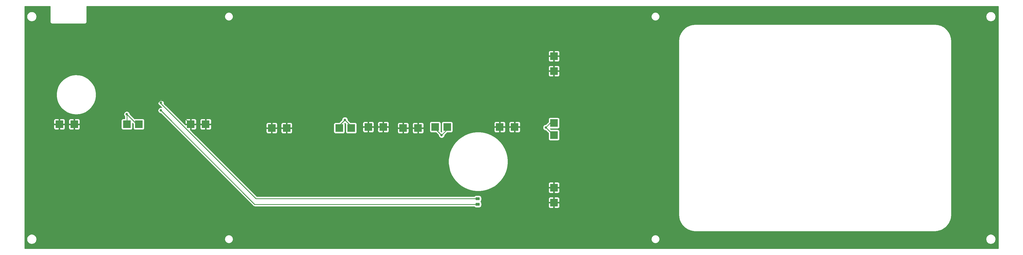
<source format=gbr>
G04 #@! TF.GenerationSoftware,KiCad,Pcbnew,(5.1.9)-1*
G04 #@! TF.CreationDate,2021-03-05T16:24:16-06:00*
G04 #@! TF.ProjectId,Y+,592b2e6b-6963-4616-945f-706362585858,3*
G04 #@! TF.SameCoordinates,Original*
G04 #@! TF.FileFunction,Copper,L1,Top*
G04 #@! TF.FilePolarity,Positive*
%FSLAX46Y46*%
G04 Gerber Fmt 4.6, Leading zero omitted, Abs format (unit mm)*
G04 Created by KiCad (PCBNEW (5.1.9)-1) date 2021-03-05 16:24:16*
%MOMM*%
%LPD*%
G01*
G04 APERTURE LIST*
G04 #@! TA.AperFunction,SMDPad,CuDef*
%ADD10R,2.500000X2.500000*%
G04 #@! TD*
G04 #@! TA.AperFunction,ViaPad*
%ADD11C,0.800000*%
G04 #@! TD*
G04 #@! TA.AperFunction,Conductor*
%ADD12C,0.250000*%
G04 #@! TD*
G04 #@! TA.AperFunction,Conductor*
%ADD13C,0.254000*%
G04 #@! TD*
G04 #@! TA.AperFunction,Conductor*
%ADD14C,0.100000*%
G04 #@! TD*
G04 APERTURE END LIST*
G04 #@! TA.AperFunction,SMDPad,CuDef*
G36*
G01*
X278308750Y-250035000D02*
X279221250Y-250035000D01*
G75*
G02*
X279465000Y-250278750I0J-243750D01*
G01*
X279465000Y-250766250D01*
G75*
G02*
X279221250Y-251010000I-243750J0D01*
G01*
X278308750Y-251010000D01*
G75*
G02*
X278065000Y-250766250I0J243750D01*
G01*
X278065000Y-250278750D01*
G75*
G02*
X278308750Y-250035000I243750J0D01*
G01*
G37*
G04 #@! TD.AperFunction*
G04 #@! TA.AperFunction,SMDPad,CuDef*
G36*
G01*
X278308750Y-251910000D02*
X279221250Y-251910000D01*
G75*
G02*
X279465000Y-252153750I0J-243750D01*
G01*
X279465000Y-252641250D01*
G75*
G02*
X279221250Y-252885000I-243750J0D01*
G01*
X278308750Y-252885000D01*
G75*
G02*
X278065000Y-252641250I0J243750D01*
G01*
X278065000Y-252153750D01*
G75*
G02*
X278308750Y-251910000I243750J0D01*
G01*
G37*
G04 #@! TD.AperFunction*
D10*
X291180573Y-226524913D03*
X286180573Y-226524913D03*
X268580573Y-226524913D03*
X264580573Y-226524913D03*
X247180573Y-226524913D03*
X242180573Y-226524913D03*
X258834427Y-226865087D03*
X253834427Y-226865087D03*
X236434427Y-226865087D03*
X232434427Y-226865087D03*
X214834427Y-226865087D03*
X209834427Y-226865087D03*
X304335087Y-251810573D03*
X304335087Y-246810573D03*
X304335087Y-229210573D03*
X304335087Y-225210573D03*
X304335087Y-207810573D03*
X304335087Y-202810573D03*
X187714427Y-225595087D03*
X182714427Y-225595087D03*
X165314427Y-225595087D03*
X161314427Y-225595087D03*
X143714427Y-225595087D03*
X138714427Y-225595087D03*
D11*
X301625000Y-226695000D03*
X266700000Y-229235000D03*
X234315000Y-224155000D03*
X161290000Y-222250000D03*
X170815000Y-227965000D03*
X172720000Y-218440000D03*
X172720000Y-220980000D03*
D12*
X304335087Y-225210573D02*
X303109427Y-225210573D01*
X303109427Y-225210573D02*
X301625000Y-226695000D01*
X304140573Y-229210573D02*
X301625000Y-226695000D01*
X304335087Y-229210573D02*
X304140573Y-229210573D01*
X264580573Y-226524913D02*
X264580573Y-227115573D01*
X264580573Y-227115573D02*
X266700000Y-229235000D01*
X268580573Y-227354427D02*
X266700000Y-229235000D01*
X268580573Y-226524913D02*
X268580573Y-227354427D01*
X232434427Y-226865087D02*
X232434427Y-226035573D01*
X232434427Y-226035573D02*
X234315000Y-224155000D01*
X236434427Y-226274427D02*
X234315000Y-224155000D01*
X236434427Y-226865087D02*
X236434427Y-226274427D01*
X161314427Y-225595087D02*
X161314427Y-222274427D01*
X161314427Y-222274427D02*
X161290000Y-222250000D01*
X164635087Y-225595087D02*
X161290000Y-222250000D01*
X165314427Y-225595087D02*
X164635087Y-225595087D01*
X170815000Y-219271998D02*
X170815000Y-227965000D01*
X172371999Y-217714999D02*
X170815000Y-219271998D01*
X182714427Y-225595087D02*
X174834339Y-217714999D01*
X174834339Y-217714999D02*
X172371999Y-217714999D01*
X172720000Y-218685662D02*
X172720000Y-218440000D01*
X278765000Y-250522500D02*
X204556838Y-250522500D01*
X204556838Y-250522500D02*
X172720000Y-218685662D01*
X278765000Y-252397500D02*
X204137500Y-252397500D01*
X204137500Y-252397500D02*
X172720000Y-220980000D01*
D13*
X135590001Y-191267571D02*
X135586807Y-191300000D01*
X135599550Y-191429383D01*
X135637290Y-191553793D01*
X135698575Y-191668450D01*
X135781052Y-191768948D01*
X135881550Y-191851425D01*
X135996207Y-191912710D01*
X136120617Y-191950450D01*
X136217581Y-191960000D01*
X136250000Y-191963193D01*
X136282419Y-191960000D01*
X147217581Y-191960000D01*
X147250000Y-191963193D01*
X147282419Y-191960000D01*
X147379383Y-191950450D01*
X147503793Y-191912710D01*
X147618450Y-191851425D01*
X147718948Y-191768948D01*
X147801425Y-191668450D01*
X147862710Y-191553793D01*
X147900450Y-191429383D01*
X147913193Y-191300000D01*
X147910000Y-191267581D01*
X147910000Y-189409835D01*
X194036886Y-189409835D01*
X194036886Y-189690165D01*
X194091575Y-189965107D01*
X194198853Y-190224097D01*
X194354595Y-190457182D01*
X194552818Y-190655405D01*
X194785903Y-190811147D01*
X195044893Y-190918425D01*
X195319835Y-190973114D01*
X195600165Y-190973114D01*
X195875107Y-190918425D01*
X196134097Y-190811147D01*
X196367182Y-190655405D01*
X196565405Y-190457182D01*
X196721147Y-190224097D01*
X196828425Y-189965107D01*
X196883114Y-189690165D01*
X196883114Y-189409835D01*
X336886886Y-189409835D01*
X336886886Y-189690165D01*
X336941575Y-189965107D01*
X337048853Y-190224097D01*
X337204595Y-190457182D01*
X337402818Y-190655405D01*
X337635903Y-190811147D01*
X337894893Y-190918425D01*
X338169835Y-190973114D01*
X338450165Y-190973114D01*
X338725107Y-190918425D01*
X338984097Y-190811147D01*
X339217182Y-190655405D01*
X339415405Y-190457182D01*
X339571147Y-190224097D01*
X339678425Y-189965107D01*
X339733114Y-189690165D01*
X339733114Y-189409835D01*
X339728240Y-189385331D01*
X448938090Y-189385331D01*
X448938090Y-189714669D01*
X449002340Y-190037678D01*
X449128372Y-190341947D01*
X449311342Y-190615781D01*
X449544219Y-190848658D01*
X449818053Y-191031628D01*
X450122322Y-191157660D01*
X450445331Y-191221910D01*
X450774669Y-191221910D01*
X451097678Y-191157660D01*
X451401947Y-191031628D01*
X451675781Y-190848658D01*
X451908658Y-190615781D01*
X452091628Y-190341947D01*
X452217660Y-190037678D01*
X452281910Y-189714669D01*
X452281910Y-189385331D01*
X452217660Y-189062322D01*
X452091628Y-188758053D01*
X451908658Y-188484219D01*
X451675781Y-188251342D01*
X451401947Y-188068372D01*
X451097678Y-187942340D01*
X450774669Y-187878090D01*
X450445331Y-187878090D01*
X450122322Y-187942340D01*
X449818053Y-188068372D01*
X449544219Y-188251342D01*
X449311342Y-188484219D01*
X449128372Y-188758053D01*
X449002340Y-189062322D01*
X448938090Y-189385331D01*
X339728240Y-189385331D01*
X339678425Y-189134893D01*
X339571147Y-188875903D01*
X339415405Y-188642818D01*
X339217182Y-188444595D01*
X338984097Y-188288853D01*
X338725107Y-188181575D01*
X338450165Y-188126886D01*
X338169835Y-188126886D01*
X337894893Y-188181575D01*
X337635903Y-188288853D01*
X337402818Y-188444595D01*
X337204595Y-188642818D01*
X337048853Y-188875903D01*
X336941575Y-189134893D01*
X336886886Y-189409835D01*
X196883114Y-189409835D01*
X196828425Y-189134893D01*
X196721147Y-188875903D01*
X196565405Y-188642818D01*
X196367182Y-188444595D01*
X196134097Y-188288853D01*
X195875107Y-188181575D01*
X195600165Y-188126886D01*
X195319835Y-188126886D01*
X195044893Y-188181575D01*
X194785903Y-188288853D01*
X194552818Y-188444595D01*
X194354595Y-188642818D01*
X194198853Y-188875903D01*
X194091575Y-189134893D01*
X194036886Y-189409835D01*
X147910000Y-189409835D01*
X147910000Y-186182000D01*
X453100001Y-186182000D01*
X453100000Y-267208000D01*
X127127000Y-267208000D01*
X127127000Y-263885331D01*
X127788090Y-263885331D01*
X127788090Y-264214669D01*
X127852340Y-264537678D01*
X127978372Y-264841947D01*
X128161342Y-265115781D01*
X128394219Y-265348658D01*
X128668053Y-265531628D01*
X128972322Y-265657660D01*
X129295331Y-265721910D01*
X129624669Y-265721910D01*
X129947678Y-265657660D01*
X130251947Y-265531628D01*
X130525781Y-265348658D01*
X130758658Y-265115781D01*
X130941628Y-264841947D01*
X131067660Y-264537678D01*
X131131910Y-264214669D01*
X131131910Y-263909835D01*
X194036886Y-263909835D01*
X194036886Y-264190165D01*
X194091575Y-264465107D01*
X194198853Y-264724097D01*
X194354595Y-264957182D01*
X194552818Y-265155405D01*
X194785903Y-265311147D01*
X195044893Y-265418425D01*
X195319835Y-265473114D01*
X195600165Y-265473114D01*
X195875107Y-265418425D01*
X196134097Y-265311147D01*
X196367182Y-265155405D01*
X196565405Y-264957182D01*
X196721147Y-264724097D01*
X196828425Y-264465107D01*
X196883114Y-264190165D01*
X196883114Y-263909835D01*
X336886886Y-263909835D01*
X336886886Y-264190165D01*
X336941575Y-264465107D01*
X337048853Y-264724097D01*
X337204595Y-264957182D01*
X337402818Y-265155405D01*
X337635903Y-265311147D01*
X337894893Y-265418425D01*
X338169835Y-265473114D01*
X338450165Y-265473114D01*
X338725107Y-265418425D01*
X338984097Y-265311147D01*
X339217182Y-265155405D01*
X339415405Y-264957182D01*
X339571147Y-264724097D01*
X339678425Y-264465107D01*
X339733114Y-264190165D01*
X339733114Y-263909835D01*
X339728240Y-263885331D01*
X448938090Y-263885331D01*
X448938090Y-264214669D01*
X449002340Y-264537678D01*
X449128372Y-264841947D01*
X449311342Y-265115781D01*
X449544219Y-265348658D01*
X449818053Y-265531628D01*
X450122322Y-265657660D01*
X450445331Y-265721910D01*
X450774669Y-265721910D01*
X451097678Y-265657660D01*
X451401947Y-265531628D01*
X451675781Y-265348658D01*
X451908658Y-265115781D01*
X452091628Y-264841947D01*
X452217660Y-264537678D01*
X452281910Y-264214669D01*
X452281910Y-263885331D01*
X452217660Y-263562322D01*
X452091628Y-263258053D01*
X451908658Y-262984219D01*
X451675781Y-262751342D01*
X451401947Y-262568372D01*
X451097678Y-262442340D01*
X450774669Y-262378090D01*
X450445331Y-262378090D01*
X450122322Y-262442340D01*
X449818053Y-262568372D01*
X449544219Y-262751342D01*
X449311342Y-262984219D01*
X449128372Y-263258053D01*
X449002340Y-263562322D01*
X448938090Y-263885331D01*
X339728240Y-263885331D01*
X339678425Y-263634893D01*
X339571147Y-263375903D01*
X339415405Y-263142818D01*
X339217182Y-262944595D01*
X338984097Y-262788853D01*
X338725107Y-262681575D01*
X338450165Y-262626886D01*
X338169835Y-262626886D01*
X337894893Y-262681575D01*
X337635903Y-262788853D01*
X337402818Y-262944595D01*
X337204595Y-263142818D01*
X337048853Y-263375903D01*
X336941575Y-263634893D01*
X336886886Y-263909835D01*
X196883114Y-263909835D01*
X196828425Y-263634893D01*
X196721147Y-263375903D01*
X196565405Y-263142818D01*
X196367182Y-262944595D01*
X196134097Y-262788853D01*
X195875107Y-262681575D01*
X195600165Y-262626886D01*
X195319835Y-262626886D01*
X195044893Y-262681575D01*
X194785903Y-262788853D01*
X194552818Y-262944595D01*
X194354595Y-263142818D01*
X194198853Y-263375903D01*
X194091575Y-263634893D01*
X194036886Y-263909835D01*
X131131910Y-263909835D01*
X131131910Y-263885331D01*
X131067660Y-263562322D01*
X130941628Y-263258053D01*
X130758658Y-262984219D01*
X130525781Y-262751342D01*
X130251947Y-262568372D01*
X129947678Y-262442340D01*
X129624669Y-262378090D01*
X129295331Y-262378090D01*
X128972322Y-262442340D01*
X128668053Y-262568372D01*
X128394219Y-262751342D01*
X128161342Y-262984219D01*
X127978372Y-263258053D01*
X127852340Y-263562322D01*
X127788090Y-263885331D01*
X127127000Y-263885331D01*
X127127000Y-226845087D01*
X136826355Y-226845087D01*
X136838615Y-226969569D01*
X136874925Y-227089267D01*
X136933890Y-227199581D01*
X137013242Y-227296272D01*
X137109933Y-227375624D01*
X137220247Y-227434589D01*
X137339945Y-227470899D01*
X137464427Y-227483159D01*
X138428677Y-227480087D01*
X138587427Y-227321337D01*
X138587427Y-225722087D01*
X138841427Y-225722087D01*
X138841427Y-227321337D01*
X139000177Y-227480087D01*
X139964427Y-227483159D01*
X140088909Y-227470899D01*
X140208607Y-227434589D01*
X140318921Y-227375624D01*
X140415612Y-227296272D01*
X140494964Y-227199581D01*
X140553929Y-227089267D01*
X140590239Y-226969569D01*
X140602499Y-226845087D01*
X141826355Y-226845087D01*
X141838615Y-226969569D01*
X141874925Y-227089267D01*
X141933890Y-227199581D01*
X142013242Y-227296272D01*
X142109933Y-227375624D01*
X142220247Y-227434589D01*
X142339945Y-227470899D01*
X142464427Y-227483159D01*
X143428677Y-227480087D01*
X143587427Y-227321337D01*
X143587427Y-225722087D01*
X143841427Y-225722087D01*
X143841427Y-227321337D01*
X144000177Y-227480087D01*
X144964427Y-227483159D01*
X145088909Y-227470899D01*
X145208607Y-227434589D01*
X145318921Y-227375624D01*
X145415612Y-227296272D01*
X145494964Y-227199581D01*
X145553929Y-227089267D01*
X145590239Y-226969569D01*
X145602499Y-226845087D01*
X145599427Y-225880837D01*
X145440677Y-225722087D01*
X143841427Y-225722087D01*
X143587427Y-225722087D01*
X141988177Y-225722087D01*
X141829427Y-225880837D01*
X141826355Y-226845087D01*
X140602499Y-226845087D01*
X140599427Y-225880837D01*
X140440677Y-225722087D01*
X138841427Y-225722087D01*
X138587427Y-225722087D01*
X136988177Y-225722087D01*
X136829427Y-225880837D01*
X136826355Y-226845087D01*
X127127000Y-226845087D01*
X127127000Y-224345087D01*
X136826355Y-224345087D01*
X136829427Y-225309337D01*
X136988177Y-225468087D01*
X138587427Y-225468087D01*
X138587427Y-223868837D01*
X138841427Y-223868837D01*
X138841427Y-225468087D01*
X140440677Y-225468087D01*
X140599427Y-225309337D01*
X140602499Y-224345087D01*
X141826355Y-224345087D01*
X141829427Y-225309337D01*
X141988177Y-225468087D01*
X143587427Y-225468087D01*
X143587427Y-223868837D01*
X143841427Y-223868837D01*
X143841427Y-225468087D01*
X145440677Y-225468087D01*
X145599427Y-225309337D01*
X145602499Y-224345087D01*
X159426355Y-224345087D01*
X159426355Y-226845087D01*
X159438615Y-226969569D01*
X159474925Y-227089267D01*
X159533890Y-227199581D01*
X159613242Y-227296272D01*
X159709933Y-227375624D01*
X159820247Y-227434589D01*
X159939945Y-227470899D01*
X160064427Y-227483159D01*
X162564427Y-227483159D01*
X162688909Y-227470899D01*
X162808607Y-227434589D01*
X162918921Y-227375624D01*
X163015612Y-227296272D01*
X163094964Y-227199581D01*
X163153929Y-227089267D01*
X163190239Y-226969569D01*
X163202499Y-226845087D01*
X163202499Y-225237301D01*
X163426355Y-225461158D01*
X163426355Y-226845087D01*
X163438615Y-226969569D01*
X163474925Y-227089267D01*
X163533890Y-227199581D01*
X163613242Y-227296272D01*
X163709933Y-227375624D01*
X163820247Y-227434589D01*
X163939945Y-227470899D01*
X164064427Y-227483159D01*
X166564427Y-227483159D01*
X166688909Y-227470899D01*
X166808607Y-227434589D01*
X166918921Y-227375624D01*
X167015612Y-227296272D01*
X167094964Y-227199581D01*
X167153929Y-227089267D01*
X167190239Y-226969569D01*
X167202499Y-226845087D01*
X167202499Y-224345087D01*
X167190239Y-224220605D01*
X167153929Y-224100907D01*
X167094964Y-223990593D01*
X167015612Y-223893902D01*
X166918921Y-223814550D01*
X166808607Y-223755585D01*
X166688909Y-223719275D01*
X166564427Y-223707015D01*
X164064427Y-223707015D01*
X163939945Y-223719275D01*
X163858717Y-223743915D01*
X162325000Y-222210199D01*
X162325000Y-222148061D01*
X162285226Y-221948102D01*
X162207205Y-221759744D01*
X162093937Y-221590226D01*
X161949774Y-221446063D01*
X161780256Y-221332795D01*
X161591898Y-221254774D01*
X161391939Y-221215000D01*
X161188061Y-221215000D01*
X160988102Y-221254774D01*
X160799744Y-221332795D01*
X160630226Y-221446063D01*
X160486063Y-221590226D01*
X160372795Y-221759744D01*
X160294774Y-221948102D01*
X160255000Y-222148061D01*
X160255000Y-222351939D01*
X160294774Y-222551898D01*
X160372795Y-222740256D01*
X160486063Y-222909774D01*
X160554428Y-222978139D01*
X160554428Y-223707015D01*
X160064427Y-223707015D01*
X159939945Y-223719275D01*
X159820247Y-223755585D01*
X159709933Y-223814550D01*
X159613242Y-223893902D01*
X159533890Y-223990593D01*
X159474925Y-224100907D01*
X159438615Y-224220605D01*
X159426355Y-224345087D01*
X145602499Y-224345087D01*
X145590239Y-224220605D01*
X145553929Y-224100907D01*
X145494964Y-223990593D01*
X145415612Y-223893902D01*
X145318921Y-223814550D01*
X145208607Y-223755585D01*
X145088909Y-223719275D01*
X144964427Y-223707015D01*
X144000177Y-223710087D01*
X143841427Y-223868837D01*
X143587427Y-223868837D01*
X143428677Y-223710087D01*
X142464427Y-223707015D01*
X142339945Y-223719275D01*
X142220247Y-223755585D01*
X142109933Y-223814550D01*
X142013242Y-223893902D01*
X141933890Y-223990593D01*
X141874925Y-224100907D01*
X141838615Y-224220605D01*
X141826355Y-224345087D01*
X140602499Y-224345087D01*
X140590239Y-224220605D01*
X140553929Y-224100907D01*
X140494964Y-223990593D01*
X140415612Y-223893902D01*
X140318921Y-223814550D01*
X140208607Y-223755585D01*
X140088909Y-223719275D01*
X139964427Y-223707015D01*
X139000177Y-223710087D01*
X138841427Y-223868837D01*
X138587427Y-223868837D01*
X138428677Y-223710087D01*
X137464427Y-223707015D01*
X137339945Y-223719275D01*
X137220247Y-223755585D01*
X137109933Y-223814550D01*
X137013242Y-223893902D01*
X136933890Y-223990593D01*
X136874925Y-224100907D01*
X136838615Y-224220605D01*
X136826355Y-224345087D01*
X127127000Y-224345087D01*
X127127000Y-215148095D01*
X137699495Y-215148095D01*
X137699495Y-216251905D01*
X137881176Y-217340661D01*
X138239583Y-218384664D01*
X138764938Y-219355436D01*
X139442913Y-220226498D01*
X140255013Y-220974088D01*
X141179086Y-221577815D01*
X142189926Y-222021211D01*
X143259960Y-222292180D01*
X144360000Y-222383332D01*
X145460040Y-222292180D01*
X146530074Y-222021211D01*
X147540914Y-221577815D01*
X148464987Y-220974088D01*
X149277087Y-220226498D01*
X149955062Y-219355436D01*
X150480417Y-218384664D01*
X150496415Y-218338061D01*
X171685000Y-218338061D01*
X171685000Y-218541939D01*
X171724774Y-218741898D01*
X171802795Y-218930256D01*
X171916063Y-219099774D01*
X172060226Y-219243937D01*
X172229744Y-219357205D01*
X172378260Y-219418723D01*
X172925046Y-219965509D01*
X172821939Y-219945000D01*
X172618061Y-219945000D01*
X172418102Y-219984774D01*
X172229744Y-220062795D01*
X172060226Y-220176063D01*
X171916063Y-220320226D01*
X171802795Y-220489744D01*
X171724774Y-220678102D01*
X171685000Y-220878061D01*
X171685000Y-221081939D01*
X171724774Y-221281898D01*
X171802795Y-221470256D01*
X171916063Y-221639774D01*
X172060226Y-221783937D01*
X172229744Y-221897205D01*
X172418102Y-221975226D01*
X172618061Y-222015000D01*
X172680199Y-222015000D01*
X203573701Y-252908503D01*
X203597499Y-252937501D01*
X203626497Y-252961299D01*
X203713224Y-253032474D01*
X203845253Y-253103046D01*
X203988514Y-253146503D01*
X204137500Y-253161177D01*
X204174833Y-253157500D01*
X277597155Y-253157500D01*
X277685208Y-253264792D01*
X277818836Y-253374458D01*
X277971291Y-253455947D01*
X278136715Y-253506128D01*
X278308750Y-253523072D01*
X279221250Y-253523072D01*
X279393285Y-253506128D01*
X279558709Y-253455947D01*
X279711164Y-253374458D01*
X279844792Y-253264792D01*
X279954458Y-253131164D01*
X279992189Y-253060573D01*
X302447015Y-253060573D01*
X302459275Y-253185055D01*
X302495585Y-253304753D01*
X302554550Y-253415067D01*
X302633902Y-253511758D01*
X302730593Y-253591110D01*
X302840907Y-253650075D01*
X302960605Y-253686385D01*
X303085087Y-253698645D01*
X304049337Y-253695573D01*
X304208087Y-253536823D01*
X304208087Y-251937573D01*
X304462087Y-251937573D01*
X304462087Y-253536823D01*
X304620837Y-253695573D01*
X305585087Y-253698645D01*
X305709569Y-253686385D01*
X305829267Y-253650075D01*
X305939581Y-253591110D01*
X306036272Y-253511758D01*
X306115624Y-253415067D01*
X306174589Y-253304753D01*
X306210899Y-253185055D01*
X306223159Y-253060573D01*
X306220087Y-252096323D01*
X306061337Y-251937573D01*
X304462087Y-251937573D01*
X304208087Y-251937573D01*
X302608837Y-251937573D01*
X302450087Y-252096323D01*
X302447015Y-253060573D01*
X279992189Y-253060573D01*
X280035947Y-252978709D01*
X280086128Y-252813285D01*
X280103072Y-252641250D01*
X280103072Y-252153750D01*
X280086128Y-251981715D01*
X280035947Y-251816291D01*
X279954458Y-251663836D01*
X279844792Y-251530208D01*
X279759244Y-251460000D01*
X279844792Y-251389792D01*
X279954458Y-251256164D01*
X280035947Y-251103709D01*
X280086128Y-250938285D01*
X280103072Y-250766250D01*
X280103072Y-250560573D01*
X302447015Y-250560573D01*
X302450087Y-251524823D01*
X302608837Y-251683573D01*
X304208087Y-251683573D01*
X304208087Y-250084323D01*
X304462087Y-250084323D01*
X304462087Y-251683573D01*
X306061337Y-251683573D01*
X306220087Y-251524823D01*
X306223159Y-250560573D01*
X306210899Y-250436091D01*
X306174589Y-250316393D01*
X306115624Y-250206079D01*
X306036272Y-250109388D01*
X305939581Y-250030036D01*
X305829267Y-249971071D01*
X305709569Y-249934761D01*
X305585087Y-249922501D01*
X304620837Y-249925573D01*
X304462087Y-250084323D01*
X304208087Y-250084323D01*
X304049337Y-249925573D01*
X303085087Y-249922501D01*
X302960605Y-249934761D01*
X302840907Y-249971071D01*
X302730593Y-250030036D01*
X302633902Y-250109388D01*
X302554550Y-250206079D01*
X302495585Y-250316393D01*
X302459275Y-250436091D01*
X302447015Y-250560573D01*
X280103072Y-250560573D01*
X280103072Y-250278750D01*
X280086128Y-250106715D01*
X280035947Y-249941291D01*
X279954458Y-249788836D01*
X279844792Y-249655208D01*
X279711164Y-249545542D01*
X279558709Y-249464053D01*
X279393285Y-249413872D01*
X279221250Y-249396928D01*
X278308750Y-249396928D01*
X278136715Y-249413872D01*
X277971291Y-249464053D01*
X277818836Y-249545542D01*
X277685208Y-249655208D01*
X277597155Y-249762500D01*
X204871640Y-249762500D01*
X192556275Y-237447135D01*
X268999199Y-237447135D01*
X268999199Y-238752865D01*
X269169631Y-240047426D01*
X269507579Y-241308665D01*
X270007260Y-242515003D01*
X270660126Y-243645799D01*
X271455004Y-244681705D01*
X272378295Y-245604996D01*
X273414201Y-246399874D01*
X274544997Y-247052740D01*
X275751335Y-247552421D01*
X277012574Y-247890369D01*
X278307135Y-248060801D01*
X279612865Y-248060801D01*
X279614596Y-248060573D01*
X302447015Y-248060573D01*
X302459275Y-248185055D01*
X302495585Y-248304753D01*
X302554550Y-248415067D01*
X302633902Y-248511758D01*
X302730593Y-248591110D01*
X302840907Y-248650075D01*
X302960605Y-248686385D01*
X303085087Y-248698645D01*
X304049337Y-248695573D01*
X304208087Y-248536823D01*
X304208087Y-246937573D01*
X304462087Y-246937573D01*
X304462087Y-248536823D01*
X304620837Y-248695573D01*
X305585087Y-248698645D01*
X305709569Y-248686385D01*
X305829267Y-248650075D01*
X305939581Y-248591110D01*
X306036272Y-248511758D01*
X306115624Y-248415067D01*
X306174589Y-248304753D01*
X306210899Y-248185055D01*
X306223159Y-248060573D01*
X306220087Y-247096323D01*
X306061337Y-246937573D01*
X304462087Y-246937573D01*
X304208087Y-246937573D01*
X302608837Y-246937573D01*
X302450087Y-247096323D01*
X302447015Y-248060573D01*
X279614596Y-248060573D01*
X280907426Y-247890369D01*
X282168665Y-247552421D01*
X283375003Y-247052740D01*
X284505799Y-246399874D01*
X285541705Y-245604996D01*
X285586128Y-245560573D01*
X302447015Y-245560573D01*
X302450087Y-246524823D01*
X302608837Y-246683573D01*
X304208087Y-246683573D01*
X304208087Y-245084323D01*
X304462087Y-245084323D01*
X304462087Y-246683573D01*
X306061337Y-246683573D01*
X306220087Y-246524823D01*
X306223159Y-245560573D01*
X306210899Y-245436091D01*
X306174589Y-245316393D01*
X306115624Y-245206079D01*
X306036272Y-245109388D01*
X305939581Y-245030036D01*
X305829267Y-244971071D01*
X305709569Y-244934761D01*
X305585087Y-244922501D01*
X304620837Y-244925573D01*
X304462087Y-245084323D01*
X304208087Y-245084323D01*
X304049337Y-244925573D01*
X303085087Y-244922501D01*
X302960605Y-244934761D01*
X302840907Y-244971071D01*
X302730593Y-245030036D01*
X302633902Y-245109388D01*
X302554550Y-245206079D01*
X302495585Y-245316393D01*
X302459275Y-245436091D01*
X302447015Y-245560573D01*
X285586128Y-245560573D01*
X286464996Y-244681705D01*
X287259874Y-243645799D01*
X287912740Y-242515003D01*
X288412421Y-241308665D01*
X288750369Y-240047426D01*
X288920801Y-238752865D01*
X288920801Y-237447135D01*
X288750369Y-236152574D01*
X288412421Y-234891335D01*
X287912740Y-233684997D01*
X287259874Y-232554201D01*
X286464996Y-231518295D01*
X285541705Y-230595004D01*
X284505799Y-229800126D01*
X283375003Y-229147260D01*
X282168665Y-228647579D01*
X280907426Y-228309631D01*
X279612865Y-228139199D01*
X278307135Y-228139199D01*
X277012574Y-228309631D01*
X275751335Y-228647579D01*
X274544997Y-229147260D01*
X273414201Y-229800126D01*
X272378295Y-230595004D01*
X271455004Y-231518295D01*
X270660126Y-232554201D01*
X270007260Y-233684997D01*
X269507579Y-234891335D01*
X269169631Y-236152574D01*
X268999199Y-237447135D01*
X192556275Y-237447135D01*
X183224227Y-228115087D01*
X207946355Y-228115087D01*
X207958615Y-228239569D01*
X207994925Y-228359267D01*
X208053890Y-228469581D01*
X208133242Y-228566272D01*
X208229933Y-228645624D01*
X208340247Y-228704589D01*
X208459945Y-228740899D01*
X208584427Y-228753159D01*
X209548677Y-228750087D01*
X209707427Y-228591337D01*
X209707427Y-226992087D01*
X209961427Y-226992087D01*
X209961427Y-228591337D01*
X210120177Y-228750087D01*
X211084427Y-228753159D01*
X211208909Y-228740899D01*
X211328607Y-228704589D01*
X211438921Y-228645624D01*
X211535612Y-228566272D01*
X211614964Y-228469581D01*
X211673929Y-228359267D01*
X211710239Y-228239569D01*
X211722499Y-228115087D01*
X212946355Y-228115087D01*
X212958615Y-228239569D01*
X212994925Y-228359267D01*
X213053890Y-228469581D01*
X213133242Y-228566272D01*
X213229933Y-228645624D01*
X213340247Y-228704589D01*
X213459945Y-228740899D01*
X213584427Y-228753159D01*
X214548677Y-228750087D01*
X214707427Y-228591337D01*
X214707427Y-226992087D01*
X214961427Y-226992087D01*
X214961427Y-228591337D01*
X215120177Y-228750087D01*
X216084427Y-228753159D01*
X216208909Y-228740899D01*
X216328607Y-228704589D01*
X216438921Y-228645624D01*
X216535612Y-228566272D01*
X216614964Y-228469581D01*
X216673929Y-228359267D01*
X216710239Y-228239569D01*
X216722499Y-228115087D01*
X216719427Y-227150837D01*
X216560677Y-226992087D01*
X214961427Y-226992087D01*
X214707427Y-226992087D01*
X213108177Y-226992087D01*
X212949427Y-227150837D01*
X212946355Y-228115087D01*
X211722499Y-228115087D01*
X211719427Y-227150837D01*
X211560677Y-226992087D01*
X209961427Y-226992087D01*
X209707427Y-226992087D01*
X208108177Y-226992087D01*
X207949427Y-227150837D01*
X207946355Y-228115087D01*
X183224227Y-228115087D01*
X182508952Y-227399812D01*
X182587427Y-227321337D01*
X182587427Y-225722087D01*
X182841427Y-225722087D01*
X182841427Y-227321337D01*
X183000177Y-227480087D01*
X183964427Y-227483159D01*
X184088909Y-227470899D01*
X184208607Y-227434589D01*
X184318921Y-227375624D01*
X184415612Y-227296272D01*
X184494964Y-227199581D01*
X184553929Y-227089267D01*
X184590239Y-226969569D01*
X184602499Y-226845087D01*
X185826355Y-226845087D01*
X185838615Y-226969569D01*
X185874925Y-227089267D01*
X185933890Y-227199581D01*
X186013242Y-227296272D01*
X186109933Y-227375624D01*
X186220247Y-227434589D01*
X186339945Y-227470899D01*
X186464427Y-227483159D01*
X187428677Y-227480087D01*
X187587427Y-227321337D01*
X187587427Y-225722087D01*
X187841427Y-225722087D01*
X187841427Y-227321337D01*
X188000177Y-227480087D01*
X188964427Y-227483159D01*
X189088909Y-227470899D01*
X189208607Y-227434589D01*
X189318921Y-227375624D01*
X189415612Y-227296272D01*
X189494964Y-227199581D01*
X189553929Y-227089267D01*
X189590239Y-226969569D01*
X189602499Y-226845087D01*
X189599427Y-225880837D01*
X189440677Y-225722087D01*
X187841427Y-225722087D01*
X187587427Y-225722087D01*
X185988177Y-225722087D01*
X185829427Y-225880837D01*
X185826355Y-226845087D01*
X184602499Y-226845087D01*
X184599427Y-225880837D01*
X184440677Y-225722087D01*
X182841427Y-225722087D01*
X182587427Y-225722087D01*
X180988177Y-225722087D01*
X180909702Y-225800562D01*
X180724227Y-225615087D01*
X207946355Y-225615087D01*
X207949427Y-226579337D01*
X208108177Y-226738087D01*
X209707427Y-226738087D01*
X209707427Y-225138837D01*
X209961427Y-225138837D01*
X209961427Y-226738087D01*
X211560677Y-226738087D01*
X211719427Y-226579337D01*
X211722499Y-225615087D01*
X212946355Y-225615087D01*
X212949427Y-226579337D01*
X213108177Y-226738087D01*
X214707427Y-226738087D01*
X214707427Y-225138837D01*
X214961427Y-225138837D01*
X214961427Y-226738087D01*
X216560677Y-226738087D01*
X216719427Y-226579337D01*
X216722499Y-225615087D01*
X230546355Y-225615087D01*
X230546355Y-228115087D01*
X230558615Y-228239569D01*
X230594925Y-228359267D01*
X230653890Y-228469581D01*
X230733242Y-228566272D01*
X230829933Y-228645624D01*
X230940247Y-228704589D01*
X231059945Y-228740899D01*
X231184427Y-228753159D01*
X233684427Y-228753159D01*
X233808909Y-228740899D01*
X233928607Y-228704589D01*
X234038921Y-228645624D01*
X234135612Y-228566272D01*
X234214964Y-228469581D01*
X234273929Y-228359267D01*
X234310239Y-228239569D01*
X234322499Y-228115087D01*
X234322499Y-225615087D01*
X234310239Y-225490605D01*
X234273929Y-225370907D01*
X234239084Y-225305718D01*
X234315000Y-225229802D01*
X234562615Y-225477417D01*
X234558615Y-225490605D01*
X234546355Y-225615087D01*
X234546355Y-228115087D01*
X234558615Y-228239569D01*
X234594925Y-228359267D01*
X234653890Y-228469581D01*
X234733242Y-228566272D01*
X234829933Y-228645624D01*
X234940247Y-228704589D01*
X235059945Y-228740899D01*
X235184427Y-228753159D01*
X237684427Y-228753159D01*
X237808909Y-228740899D01*
X237928607Y-228704589D01*
X238038921Y-228645624D01*
X238135612Y-228566272D01*
X238214964Y-228469581D01*
X238273929Y-228359267D01*
X238310239Y-228239569D01*
X238322499Y-228115087D01*
X238322499Y-227774913D01*
X240292501Y-227774913D01*
X240304761Y-227899395D01*
X240341071Y-228019093D01*
X240400036Y-228129407D01*
X240479388Y-228226098D01*
X240576079Y-228305450D01*
X240686393Y-228364415D01*
X240806091Y-228400725D01*
X240930573Y-228412985D01*
X241894823Y-228409913D01*
X242053573Y-228251163D01*
X242053573Y-226651913D01*
X242307573Y-226651913D01*
X242307573Y-228251163D01*
X242466323Y-228409913D01*
X243430573Y-228412985D01*
X243555055Y-228400725D01*
X243674753Y-228364415D01*
X243785067Y-228305450D01*
X243881758Y-228226098D01*
X243961110Y-228129407D01*
X244020075Y-228019093D01*
X244056385Y-227899395D01*
X244068645Y-227774913D01*
X245292501Y-227774913D01*
X245304761Y-227899395D01*
X245341071Y-228019093D01*
X245400036Y-228129407D01*
X245479388Y-228226098D01*
X245576079Y-228305450D01*
X245686393Y-228364415D01*
X245806091Y-228400725D01*
X245930573Y-228412985D01*
X246894823Y-228409913D01*
X247053573Y-228251163D01*
X247053573Y-226651913D01*
X247307573Y-226651913D01*
X247307573Y-228251163D01*
X247466323Y-228409913D01*
X248430573Y-228412985D01*
X248555055Y-228400725D01*
X248674753Y-228364415D01*
X248785067Y-228305450D01*
X248881758Y-228226098D01*
X248961110Y-228129407D01*
X248968764Y-228115087D01*
X251946355Y-228115087D01*
X251958615Y-228239569D01*
X251994925Y-228359267D01*
X252053890Y-228469581D01*
X252133242Y-228566272D01*
X252229933Y-228645624D01*
X252340247Y-228704589D01*
X252459945Y-228740899D01*
X252584427Y-228753159D01*
X253548677Y-228750087D01*
X253707427Y-228591337D01*
X253707427Y-226992087D01*
X253961427Y-226992087D01*
X253961427Y-228591337D01*
X254120177Y-228750087D01*
X255084427Y-228753159D01*
X255208909Y-228740899D01*
X255328607Y-228704589D01*
X255438921Y-228645624D01*
X255535612Y-228566272D01*
X255614964Y-228469581D01*
X255673929Y-228359267D01*
X255710239Y-228239569D01*
X255722499Y-228115087D01*
X256946355Y-228115087D01*
X256958615Y-228239569D01*
X256994925Y-228359267D01*
X257053890Y-228469581D01*
X257133242Y-228566272D01*
X257229933Y-228645624D01*
X257340247Y-228704589D01*
X257459945Y-228740899D01*
X257584427Y-228753159D01*
X258548677Y-228750087D01*
X258707427Y-228591337D01*
X258707427Y-226992087D01*
X258961427Y-226992087D01*
X258961427Y-228591337D01*
X259120177Y-228750087D01*
X260084427Y-228753159D01*
X260208909Y-228740899D01*
X260328607Y-228704589D01*
X260438921Y-228645624D01*
X260535612Y-228566272D01*
X260614964Y-228469581D01*
X260673929Y-228359267D01*
X260710239Y-228239569D01*
X260722499Y-228115087D01*
X260719427Y-227150837D01*
X260560677Y-226992087D01*
X258961427Y-226992087D01*
X258707427Y-226992087D01*
X257108177Y-226992087D01*
X256949427Y-227150837D01*
X256946355Y-228115087D01*
X255722499Y-228115087D01*
X255719427Y-227150837D01*
X255560677Y-226992087D01*
X253961427Y-226992087D01*
X253707427Y-226992087D01*
X252108177Y-226992087D01*
X251949427Y-227150837D01*
X251946355Y-228115087D01*
X248968764Y-228115087D01*
X249020075Y-228019093D01*
X249056385Y-227899395D01*
X249068645Y-227774913D01*
X249065573Y-226810663D01*
X248906823Y-226651913D01*
X247307573Y-226651913D01*
X247053573Y-226651913D01*
X245454323Y-226651913D01*
X245295573Y-226810663D01*
X245292501Y-227774913D01*
X244068645Y-227774913D01*
X244065573Y-226810663D01*
X243906823Y-226651913D01*
X242307573Y-226651913D01*
X242053573Y-226651913D01*
X240454323Y-226651913D01*
X240295573Y-226810663D01*
X240292501Y-227774913D01*
X238322499Y-227774913D01*
X238322499Y-225615087D01*
X238310239Y-225490605D01*
X238273929Y-225370907D01*
X238222619Y-225274913D01*
X240292501Y-225274913D01*
X240295573Y-226239163D01*
X240454323Y-226397913D01*
X242053573Y-226397913D01*
X242053573Y-224798663D01*
X242307573Y-224798663D01*
X242307573Y-226397913D01*
X243906823Y-226397913D01*
X244065573Y-226239163D01*
X244068645Y-225274913D01*
X245292501Y-225274913D01*
X245295573Y-226239163D01*
X245454323Y-226397913D01*
X247053573Y-226397913D01*
X247053573Y-224798663D01*
X247307573Y-224798663D01*
X247307573Y-226397913D01*
X248906823Y-226397913D01*
X249065573Y-226239163D01*
X249067561Y-225615087D01*
X251946355Y-225615087D01*
X251949427Y-226579337D01*
X252108177Y-226738087D01*
X253707427Y-226738087D01*
X253707427Y-225138837D01*
X253961427Y-225138837D01*
X253961427Y-226738087D01*
X255560677Y-226738087D01*
X255719427Y-226579337D01*
X255722499Y-225615087D01*
X256946355Y-225615087D01*
X256949427Y-226579337D01*
X257108177Y-226738087D01*
X258707427Y-226738087D01*
X258707427Y-225138837D01*
X258961427Y-225138837D01*
X258961427Y-226738087D01*
X260560677Y-226738087D01*
X260719427Y-226579337D01*
X260722499Y-225615087D01*
X260710239Y-225490605D01*
X260673929Y-225370907D01*
X260622619Y-225274913D01*
X262692501Y-225274913D01*
X262692501Y-227774913D01*
X262704761Y-227899395D01*
X262741071Y-228019093D01*
X262800036Y-228129407D01*
X262879388Y-228226098D01*
X262976079Y-228305450D01*
X263086393Y-228364415D01*
X263206091Y-228400725D01*
X263330573Y-228412985D01*
X264803183Y-228412985D01*
X265665000Y-229274803D01*
X265665000Y-229336939D01*
X265704774Y-229536898D01*
X265782795Y-229725256D01*
X265896063Y-229894774D01*
X266040226Y-230038937D01*
X266209744Y-230152205D01*
X266398102Y-230230226D01*
X266598061Y-230270000D01*
X266801939Y-230270000D01*
X267001898Y-230230226D01*
X267190256Y-230152205D01*
X267359774Y-230038937D01*
X267503937Y-229894774D01*
X267617205Y-229725256D01*
X267695226Y-229536898D01*
X267735000Y-229336939D01*
X267735000Y-229274801D01*
X268596817Y-228412985D01*
X269830573Y-228412985D01*
X269955055Y-228400725D01*
X270074753Y-228364415D01*
X270185067Y-228305450D01*
X270281758Y-228226098D01*
X270361110Y-228129407D01*
X270420075Y-228019093D01*
X270456385Y-227899395D01*
X270468645Y-227774913D01*
X284292501Y-227774913D01*
X284304761Y-227899395D01*
X284341071Y-228019093D01*
X284400036Y-228129407D01*
X284479388Y-228226098D01*
X284576079Y-228305450D01*
X284686393Y-228364415D01*
X284806091Y-228400725D01*
X284930573Y-228412985D01*
X285894823Y-228409913D01*
X286053573Y-228251163D01*
X286053573Y-226651913D01*
X286307573Y-226651913D01*
X286307573Y-228251163D01*
X286466323Y-228409913D01*
X287430573Y-228412985D01*
X287555055Y-228400725D01*
X287674753Y-228364415D01*
X287785067Y-228305450D01*
X287881758Y-228226098D01*
X287961110Y-228129407D01*
X288020075Y-228019093D01*
X288056385Y-227899395D01*
X288068645Y-227774913D01*
X289292501Y-227774913D01*
X289304761Y-227899395D01*
X289341071Y-228019093D01*
X289400036Y-228129407D01*
X289479388Y-228226098D01*
X289576079Y-228305450D01*
X289686393Y-228364415D01*
X289806091Y-228400725D01*
X289930573Y-228412985D01*
X290894823Y-228409913D01*
X291053573Y-228251163D01*
X291053573Y-226651913D01*
X291307573Y-226651913D01*
X291307573Y-228251163D01*
X291466323Y-228409913D01*
X292430573Y-228412985D01*
X292555055Y-228400725D01*
X292674753Y-228364415D01*
X292785067Y-228305450D01*
X292881758Y-228226098D01*
X292961110Y-228129407D01*
X293020075Y-228019093D01*
X293056385Y-227899395D01*
X293068645Y-227774913D01*
X293065573Y-226810663D01*
X292906823Y-226651913D01*
X291307573Y-226651913D01*
X291053573Y-226651913D01*
X289454323Y-226651913D01*
X289295573Y-226810663D01*
X289292501Y-227774913D01*
X288068645Y-227774913D01*
X288065573Y-226810663D01*
X287906823Y-226651913D01*
X286307573Y-226651913D01*
X286053573Y-226651913D01*
X284454323Y-226651913D01*
X284295573Y-226810663D01*
X284292501Y-227774913D01*
X270468645Y-227774913D01*
X270468645Y-226593061D01*
X300590000Y-226593061D01*
X300590000Y-226796939D01*
X300629774Y-226996898D01*
X300707795Y-227185256D01*
X300821063Y-227354774D01*
X300965226Y-227498937D01*
X301134744Y-227612205D01*
X301323102Y-227690226D01*
X301523061Y-227730000D01*
X301585199Y-227730000D01*
X302447015Y-228591817D01*
X302447015Y-230460573D01*
X302459275Y-230585055D01*
X302495585Y-230704753D01*
X302554550Y-230815067D01*
X302633902Y-230911758D01*
X302730593Y-230991110D01*
X302840907Y-231050075D01*
X302960605Y-231086385D01*
X303085087Y-231098645D01*
X305585087Y-231098645D01*
X305709569Y-231086385D01*
X305829267Y-231050075D01*
X305939581Y-230991110D01*
X306036272Y-230911758D01*
X306115624Y-230815067D01*
X306174589Y-230704753D01*
X306210899Y-230585055D01*
X306223159Y-230460573D01*
X306223159Y-227960573D01*
X306210899Y-227836091D01*
X306174589Y-227716393D01*
X306115624Y-227606079D01*
X306036272Y-227509388D01*
X305939581Y-227430036D01*
X305829267Y-227371071D01*
X305709569Y-227334761D01*
X305585087Y-227322501D01*
X303327303Y-227322501D01*
X303103447Y-227098645D01*
X305585087Y-227098645D01*
X305709569Y-227086385D01*
X305829267Y-227050075D01*
X305939581Y-226991110D01*
X306036272Y-226911758D01*
X306115624Y-226815067D01*
X306174589Y-226704753D01*
X306210899Y-226585055D01*
X306223159Y-226460573D01*
X306223159Y-223960573D01*
X306210899Y-223836091D01*
X306174589Y-223716393D01*
X306115624Y-223606079D01*
X306036272Y-223509388D01*
X305939581Y-223430036D01*
X305829267Y-223371071D01*
X305709569Y-223334761D01*
X305585087Y-223322501D01*
X303085087Y-223322501D01*
X302960605Y-223334761D01*
X302840907Y-223371071D01*
X302730593Y-223430036D01*
X302633902Y-223509388D01*
X302554550Y-223606079D01*
X302495585Y-223716393D01*
X302459275Y-223836091D01*
X302447015Y-223960573D01*
X302447015Y-224798183D01*
X301585199Y-225660000D01*
X301523061Y-225660000D01*
X301323102Y-225699774D01*
X301134744Y-225777795D01*
X300965226Y-225891063D01*
X300821063Y-226035226D01*
X300707795Y-226204744D01*
X300629774Y-226393102D01*
X300590000Y-226593061D01*
X270468645Y-226593061D01*
X270468645Y-225274913D01*
X284292501Y-225274913D01*
X284295573Y-226239163D01*
X284454323Y-226397913D01*
X286053573Y-226397913D01*
X286053573Y-224798663D01*
X286307573Y-224798663D01*
X286307573Y-226397913D01*
X287906823Y-226397913D01*
X288065573Y-226239163D01*
X288068645Y-225274913D01*
X289292501Y-225274913D01*
X289295573Y-226239163D01*
X289454323Y-226397913D01*
X291053573Y-226397913D01*
X291053573Y-224798663D01*
X291307573Y-224798663D01*
X291307573Y-226397913D01*
X292906823Y-226397913D01*
X293065573Y-226239163D01*
X293068645Y-225274913D01*
X293056385Y-225150431D01*
X293020075Y-225030733D01*
X292961110Y-224920419D01*
X292881758Y-224823728D01*
X292785067Y-224744376D01*
X292674753Y-224685411D01*
X292555055Y-224649101D01*
X292430573Y-224636841D01*
X291466323Y-224639913D01*
X291307573Y-224798663D01*
X291053573Y-224798663D01*
X290894823Y-224639913D01*
X289930573Y-224636841D01*
X289806091Y-224649101D01*
X289686393Y-224685411D01*
X289576079Y-224744376D01*
X289479388Y-224823728D01*
X289400036Y-224920419D01*
X289341071Y-225030733D01*
X289304761Y-225150431D01*
X289292501Y-225274913D01*
X288068645Y-225274913D01*
X288056385Y-225150431D01*
X288020075Y-225030733D01*
X287961110Y-224920419D01*
X287881758Y-224823728D01*
X287785067Y-224744376D01*
X287674753Y-224685411D01*
X287555055Y-224649101D01*
X287430573Y-224636841D01*
X286466323Y-224639913D01*
X286307573Y-224798663D01*
X286053573Y-224798663D01*
X285894823Y-224639913D01*
X284930573Y-224636841D01*
X284806091Y-224649101D01*
X284686393Y-224685411D01*
X284576079Y-224744376D01*
X284479388Y-224823728D01*
X284400036Y-224920419D01*
X284341071Y-225030733D01*
X284304761Y-225150431D01*
X284292501Y-225274913D01*
X270468645Y-225274913D01*
X270456385Y-225150431D01*
X270420075Y-225030733D01*
X270361110Y-224920419D01*
X270281758Y-224823728D01*
X270185067Y-224744376D01*
X270074753Y-224685411D01*
X269955055Y-224649101D01*
X269830573Y-224636841D01*
X267330573Y-224636841D01*
X267206091Y-224649101D01*
X267086393Y-224685411D01*
X266976079Y-224744376D01*
X266879388Y-224823728D01*
X266800036Y-224920419D01*
X266741071Y-225030733D01*
X266704761Y-225150431D01*
X266692501Y-225274913D01*
X266692501Y-227774913D01*
X266704761Y-227899395D01*
X266741071Y-228019093D01*
X266775916Y-228084283D01*
X266700001Y-228160198D01*
X266452385Y-227912582D01*
X266456385Y-227899395D01*
X266468645Y-227774913D01*
X266468645Y-225274913D01*
X266456385Y-225150431D01*
X266420075Y-225030733D01*
X266361110Y-224920419D01*
X266281758Y-224823728D01*
X266185067Y-224744376D01*
X266074753Y-224685411D01*
X265955055Y-224649101D01*
X265830573Y-224636841D01*
X263330573Y-224636841D01*
X263206091Y-224649101D01*
X263086393Y-224685411D01*
X262976079Y-224744376D01*
X262879388Y-224823728D01*
X262800036Y-224920419D01*
X262741071Y-225030733D01*
X262704761Y-225150431D01*
X262692501Y-225274913D01*
X260622619Y-225274913D01*
X260614964Y-225260593D01*
X260535612Y-225163902D01*
X260438921Y-225084550D01*
X260328607Y-225025585D01*
X260208909Y-224989275D01*
X260084427Y-224977015D01*
X259120177Y-224980087D01*
X258961427Y-225138837D01*
X258707427Y-225138837D01*
X258548677Y-224980087D01*
X257584427Y-224977015D01*
X257459945Y-224989275D01*
X257340247Y-225025585D01*
X257229933Y-225084550D01*
X257133242Y-225163902D01*
X257053890Y-225260593D01*
X256994925Y-225370907D01*
X256958615Y-225490605D01*
X256946355Y-225615087D01*
X255722499Y-225615087D01*
X255710239Y-225490605D01*
X255673929Y-225370907D01*
X255614964Y-225260593D01*
X255535612Y-225163902D01*
X255438921Y-225084550D01*
X255328607Y-225025585D01*
X255208909Y-224989275D01*
X255084427Y-224977015D01*
X254120177Y-224980087D01*
X253961427Y-225138837D01*
X253707427Y-225138837D01*
X253548677Y-224980087D01*
X252584427Y-224977015D01*
X252459945Y-224989275D01*
X252340247Y-225025585D01*
X252229933Y-225084550D01*
X252133242Y-225163902D01*
X252053890Y-225260593D01*
X251994925Y-225370907D01*
X251958615Y-225490605D01*
X251946355Y-225615087D01*
X249067561Y-225615087D01*
X249068645Y-225274913D01*
X249056385Y-225150431D01*
X249020075Y-225030733D01*
X248961110Y-224920419D01*
X248881758Y-224823728D01*
X248785067Y-224744376D01*
X248674753Y-224685411D01*
X248555055Y-224649101D01*
X248430573Y-224636841D01*
X247466323Y-224639913D01*
X247307573Y-224798663D01*
X247053573Y-224798663D01*
X246894823Y-224639913D01*
X245930573Y-224636841D01*
X245806091Y-224649101D01*
X245686393Y-224685411D01*
X245576079Y-224744376D01*
X245479388Y-224823728D01*
X245400036Y-224920419D01*
X245341071Y-225030733D01*
X245304761Y-225150431D01*
X245292501Y-225274913D01*
X244068645Y-225274913D01*
X244056385Y-225150431D01*
X244020075Y-225030733D01*
X243961110Y-224920419D01*
X243881758Y-224823728D01*
X243785067Y-224744376D01*
X243674753Y-224685411D01*
X243555055Y-224649101D01*
X243430573Y-224636841D01*
X242466323Y-224639913D01*
X242307573Y-224798663D01*
X242053573Y-224798663D01*
X241894823Y-224639913D01*
X240930573Y-224636841D01*
X240806091Y-224649101D01*
X240686393Y-224685411D01*
X240576079Y-224744376D01*
X240479388Y-224823728D01*
X240400036Y-224920419D01*
X240341071Y-225030733D01*
X240304761Y-225150431D01*
X240292501Y-225274913D01*
X238222619Y-225274913D01*
X238214964Y-225260593D01*
X238135612Y-225163902D01*
X238038921Y-225084550D01*
X237928607Y-225025585D01*
X237808909Y-224989275D01*
X237684427Y-224977015D01*
X236211817Y-224977015D01*
X235350000Y-224115199D01*
X235350000Y-224053061D01*
X235310226Y-223853102D01*
X235232205Y-223664744D01*
X235118937Y-223495226D01*
X234974774Y-223351063D01*
X234805256Y-223237795D01*
X234616898Y-223159774D01*
X234416939Y-223120000D01*
X234213061Y-223120000D01*
X234013102Y-223159774D01*
X233824744Y-223237795D01*
X233655226Y-223351063D01*
X233511063Y-223495226D01*
X233397795Y-223664744D01*
X233319774Y-223853102D01*
X233280000Y-224053061D01*
X233280000Y-224115198D01*
X232418184Y-224977015D01*
X231184427Y-224977015D01*
X231059945Y-224989275D01*
X230940247Y-225025585D01*
X230829933Y-225084550D01*
X230733242Y-225163902D01*
X230653890Y-225260593D01*
X230594925Y-225370907D01*
X230558615Y-225490605D01*
X230546355Y-225615087D01*
X216722499Y-225615087D01*
X216710239Y-225490605D01*
X216673929Y-225370907D01*
X216614964Y-225260593D01*
X216535612Y-225163902D01*
X216438921Y-225084550D01*
X216328607Y-225025585D01*
X216208909Y-224989275D01*
X216084427Y-224977015D01*
X215120177Y-224980087D01*
X214961427Y-225138837D01*
X214707427Y-225138837D01*
X214548677Y-224980087D01*
X213584427Y-224977015D01*
X213459945Y-224989275D01*
X213340247Y-225025585D01*
X213229933Y-225084550D01*
X213133242Y-225163902D01*
X213053890Y-225260593D01*
X212994925Y-225370907D01*
X212958615Y-225490605D01*
X212946355Y-225615087D01*
X211722499Y-225615087D01*
X211710239Y-225490605D01*
X211673929Y-225370907D01*
X211614964Y-225260593D01*
X211535612Y-225163902D01*
X211438921Y-225084550D01*
X211328607Y-225025585D01*
X211208909Y-224989275D01*
X211084427Y-224977015D01*
X210120177Y-224980087D01*
X209961427Y-225138837D01*
X209707427Y-225138837D01*
X209548677Y-224980087D01*
X208584427Y-224977015D01*
X208459945Y-224989275D01*
X208340247Y-225025585D01*
X208229933Y-225084550D01*
X208133242Y-225163902D01*
X208053890Y-225260593D01*
X207994925Y-225370907D01*
X207958615Y-225490605D01*
X207946355Y-225615087D01*
X180724227Y-225615087D01*
X179454227Y-224345087D01*
X180826355Y-224345087D01*
X180829427Y-225309337D01*
X180988177Y-225468087D01*
X182587427Y-225468087D01*
X182587427Y-223868837D01*
X182841427Y-223868837D01*
X182841427Y-225468087D01*
X184440677Y-225468087D01*
X184599427Y-225309337D01*
X184602499Y-224345087D01*
X185826355Y-224345087D01*
X185829427Y-225309337D01*
X185988177Y-225468087D01*
X187587427Y-225468087D01*
X187587427Y-223868837D01*
X187841427Y-223868837D01*
X187841427Y-225468087D01*
X189440677Y-225468087D01*
X189599427Y-225309337D01*
X189602499Y-224345087D01*
X189590239Y-224220605D01*
X189553929Y-224100907D01*
X189494964Y-223990593D01*
X189415612Y-223893902D01*
X189318921Y-223814550D01*
X189208607Y-223755585D01*
X189088909Y-223719275D01*
X188964427Y-223707015D01*
X188000177Y-223710087D01*
X187841427Y-223868837D01*
X187587427Y-223868837D01*
X187428677Y-223710087D01*
X186464427Y-223707015D01*
X186339945Y-223719275D01*
X186220247Y-223755585D01*
X186109933Y-223814550D01*
X186013242Y-223893902D01*
X185933890Y-223990593D01*
X185874925Y-224100907D01*
X185838615Y-224220605D01*
X185826355Y-224345087D01*
X184602499Y-224345087D01*
X184590239Y-224220605D01*
X184553929Y-224100907D01*
X184494964Y-223990593D01*
X184415612Y-223893902D01*
X184318921Y-223814550D01*
X184208607Y-223755585D01*
X184088909Y-223719275D01*
X183964427Y-223707015D01*
X183000177Y-223710087D01*
X182841427Y-223868837D01*
X182587427Y-223868837D01*
X182428677Y-223710087D01*
X181464427Y-223707015D01*
X181339945Y-223719275D01*
X181220247Y-223755585D01*
X181109933Y-223814550D01*
X181013242Y-223893902D01*
X180933890Y-223990593D01*
X180874925Y-224100907D01*
X180838615Y-224220605D01*
X180826355Y-224345087D01*
X179454227Y-224345087D01*
X173737758Y-218628619D01*
X173755000Y-218541939D01*
X173755000Y-218338061D01*
X173715226Y-218138102D01*
X173637205Y-217949744D01*
X173523937Y-217780226D01*
X173379774Y-217636063D01*
X173210256Y-217522795D01*
X173021898Y-217444774D01*
X172821939Y-217405000D01*
X172618061Y-217405000D01*
X172418102Y-217444774D01*
X172229744Y-217522795D01*
X172060226Y-217636063D01*
X171916063Y-217780226D01*
X171802795Y-217949744D01*
X171724774Y-218138102D01*
X171685000Y-218338061D01*
X150496415Y-218338061D01*
X150838824Y-217340661D01*
X151020505Y-216251905D01*
X151020505Y-215148095D01*
X150838824Y-214059339D01*
X150480417Y-213015336D01*
X149955062Y-212044564D01*
X149277087Y-211173502D01*
X148464987Y-210425912D01*
X147540914Y-209822185D01*
X146530074Y-209378789D01*
X145460040Y-209107820D01*
X144889855Y-209060573D01*
X302447015Y-209060573D01*
X302459275Y-209185055D01*
X302495585Y-209304753D01*
X302554550Y-209415067D01*
X302633902Y-209511758D01*
X302730593Y-209591110D01*
X302840907Y-209650075D01*
X302960605Y-209686385D01*
X303085087Y-209698645D01*
X304049337Y-209695573D01*
X304208087Y-209536823D01*
X304208087Y-207937573D01*
X304462087Y-207937573D01*
X304462087Y-209536823D01*
X304620837Y-209695573D01*
X305585087Y-209698645D01*
X305709569Y-209686385D01*
X305829267Y-209650075D01*
X305939581Y-209591110D01*
X306036272Y-209511758D01*
X306115624Y-209415067D01*
X306174589Y-209304753D01*
X306210899Y-209185055D01*
X306223159Y-209060573D01*
X306220087Y-208096323D01*
X306061337Y-207937573D01*
X304462087Y-207937573D01*
X304208087Y-207937573D01*
X302608837Y-207937573D01*
X302450087Y-208096323D01*
X302447015Y-209060573D01*
X144889855Y-209060573D01*
X144360000Y-209016668D01*
X143259960Y-209107820D01*
X142189926Y-209378789D01*
X141179086Y-209822185D01*
X140255013Y-210425912D01*
X139442913Y-211173502D01*
X138764938Y-212044564D01*
X138239583Y-213015336D01*
X137881176Y-214059339D01*
X137699495Y-215148095D01*
X127127000Y-215148095D01*
X127127000Y-206560573D01*
X302447015Y-206560573D01*
X302450087Y-207524823D01*
X302608837Y-207683573D01*
X304208087Y-207683573D01*
X304208087Y-206084323D01*
X304462087Y-206084323D01*
X304462087Y-207683573D01*
X306061337Y-207683573D01*
X306220087Y-207524823D01*
X306223159Y-206560573D01*
X306210899Y-206436091D01*
X306174589Y-206316393D01*
X306115624Y-206206079D01*
X306036272Y-206109388D01*
X305939581Y-206030036D01*
X305829267Y-205971071D01*
X305709569Y-205934761D01*
X305585087Y-205922501D01*
X304620837Y-205925573D01*
X304462087Y-206084323D01*
X304208087Y-206084323D01*
X304049337Y-205925573D01*
X303085087Y-205922501D01*
X302960605Y-205934761D01*
X302840907Y-205971071D01*
X302730593Y-206030036D01*
X302633902Y-206109388D01*
X302554550Y-206206079D01*
X302495585Y-206316393D01*
X302459275Y-206436091D01*
X302447015Y-206560573D01*
X127127000Y-206560573D01*
X127127000Y-204060573D01*
X302447015Y-204060573D01*
X302459275Y-204185055D01*
X302495585Y-204304753D01*
X302554550Y-204415067D01*
X302633902Y-204511758D01*
X302730593Y-204591110D01*
X302840907Y-204650075D01*
X302960605Y-204686385D01*
X303085087Y-204698645D01*
X304049337Y-204695573D01*
X304208087Y-204536823D01*
X304208087Y-202937573D01*
X304462087Y-202937573D01*
X304462087Y-204536823D01*
X304620837Y-204695573D01*
X305585087Y-204698645D01*
X305709569Y-204686385D01*
X305829267Y-204650075D01*
X305939581Y-204591110D01*
X306036272Y-204511758D01*
X306115624Y-204415067D01*
X306174589Y-204304753D01*
X306210899Y-204185055D01*
X306223159Y-204060573D01*
X306220087Y-203096323D01*
X306061337Y-202937573D01*
X304462087Y-202937573D01*
X304208087Y-202937573D01*
X302608837Y-202937573D01*
X302450087Y-203096323D01*
X302447015Y-204060573D01*
X127127000Y-204060573D01*
X127127000Y-201560573D01*
X302447015Y-201560573D01*
X302450087Y-202524823D01*
X302608837Y-202683573D01*
X304208087Y-202683573D01*
X304208087Y-201084323D01*
X304462087Y-201084323D01*
X304462087Y-202683573D01*
X306061337Y-202683573D01*
X306220087Y-202524823D01*
X306223159Y-201560573D01*
X306210899Y-201436091D01*
X306174589Y-201316393D01*
X306115624Y-201206079D01*
X306036272Y-201109388D01*
X305939581Y-201030036D01*
X305829267Y-200971071D01*
X305709569Y-200934761D01*
X305585087Y-200922501D01*
X304620837Y-200925573D01*
X304462087Y-201084323D01*
X304208087Y-201084323D01*
X304049337Y-200925573D01*
X303085087Y-200922501D01*
X302960605Y-200934761D01*
X302840907Y-200971071D01*
X302730593Y-201030036D01*
X302633902Y-201109388D01*
X302554550Y-201206079D01*
X302495585Y-201316393D01*
X302459275Y-201436091D01*
X302447015Y-201560573D01*
X127127000Y-201560573D01*
X127127000Y-197667582D01*
X346100000Y-197667582D01*
X346100001Y-255932419D01*
X346102367Y-255956446D01*
X346154339Y-256664145D01*
X346156856Y-256679518D01*
X346157346Y-256695097D01*
X346170802Y-256769881D01*
X346374171Y-257616974D01*
X346380792Y-257636649D01*
X346385111Y-257656967D01*
X346411598Y-257728186D01*
X346761760Y-258525879D01*
X346771764Y-258544077D01*
X346779610Y-258563302D01*
X346818289Y-258628705D01*
X347304177Y-259351782D01*
X347317242Y-259367916D01*
X347328371Y-259385452D01*
X347378021Y-259442972D01*
X347984275Y-260068578D01*
X347999994Y-260082146D01*
X348014050Y-260097432D01*
X348073102Y-260145251D01*
X348780560Y-260653611D01*
X348798430Y-260664179D01*
X348814973Y-260676736D01*
X348881560Y-260713342D01*
X349667859Y-261088388D01*
X349687321Y-261095626D01*
X349705825Y-261105054D01*
X349777841Y-261129290D01*
X350618129Y-261359166D01*
X350638566Y-261362843D01*
X350658445Y-261368845D01*
X350733614Y-261379945D01*
X351598360Y-261457122D01*
X351627581Y-261460000D01*
X431892419Y-261460000D01*
X431916486Y-261457630D01*
X432624145Y-261405661D01*
X432639518Y-261403144D01*
X432655097Y-261402654D01*
X432729881Y-261389198D01*
X433576974Y-261185829D01*
X433596649Y-261179208D01*
X433616967Y-261174889D01*
X433688186Y-261148402D01*
X434485879Y-260798240D01*
X434504077Y-260788236D01*
X434523302Y-260780390D01*
X434588705Y-260741711D01*
X435311782Y-260255823D01*
X435327916Y-260242758D01*
X435345452Y-260231629D01*
X435402972Y-260181979D01*
X436028578Y-259575725D01*
X436042146Y-259560006D01*
X436057432Y-259545950D01*
X436105251Y-259486898D01*
X436613611Y-258779440D01*
X436624179Y-258761570D01*
X436636736Y-258745027D01*
X436673342Y-258678440D01*
X437048388Y-257892141D01*
X437055626Y-257872679D01*
X437065054Y-257854175D01*
X437089290Y-257782159D01*
X437319166Y-256941871D01*
X437322843Y-256921434D01*
X437328845Y-256901555D01*
X437339945Y-256826386D01*
X437417122Y-255961640D01*
X437420000Y-255932419D01*
X437420000Y-197667581D01*
X437417629Y-197643511D01*
X437365662Y-196935855D01*
X437363143Y-196920475D01*
X437362654Y-196904903D01*
X437349198Y-196830119D01*
X437145829Y-195983025D01*
X437139207Y-195963349D01*
X437134889Y-195943033D01*
X437108403Y-195871814D01*
X436758240Y-195074122D01*
X436748237Y-195055926D01*
X436740390Y-195036698D01*
X436701711Y-194971295D01*
X436215823Y-194248218D01*
X436202757Y-194232083D01*
X436191629Y-194214548D01*
X436141991Y-194157043D01*
X436141978Y-194157027D01*
X436141972Y-194157022D01*
X435535725Y-193531422D01*
X435520006Y-193517854D01*
X435505950Y-193502568D01*
X435446898Y-193454749D01*
X434739440Y-192946389D01*
X434721566Y-192935818D01*
X434705026Y-192923264D01*
X434638440Y-192886658D01*
X433852140Y-192511612D01*
X433832681Y-192504375D01*
X433814175Y-192494946D01*
X433742159Y-192470710D01*
X432901871Y-192240834D01*
X432881436Y-192237157D01*
X432861556Y-192231155D01*
X432786386Y-192220055D01*
X431921640Y-192142878D01*
X431892419Y-192140000D01*
X351627581Y-192140000D01*
X351603511Y-192142371D01*
X350895855Y-192194338D01*
X350880475Y-192196857D01*
X350864903Y-192197346D01*
X350790119Y-192210802D01*
X349943025Y-192414171D01*
X349923349Y-192420793D01*
X349903033Y-192425111D01*
X349831814Y-192451597D01*
X349034122Y-192801760D01*
X349015926Y-192811763D01*
X348996698Y-192819610D01*
X348931295Y-192858289D01*
X348208218Y-193344177D01*
X348192083Y-193357243D01*
X348174548Y-193368371D01*
X348117043Y-193418009D01*
X348117027Y-193418022D01*
X348117022Y-193418028D01*
X347491422Y-194024275D01*
X347477854Y-194039994D01*
X347462568Y-194054050D01*
X347414749Y-194113102D01*
X346906389Y-194820560D01*
X346895818Y-194838434D01*
X346883264Y-194854974D01*
X346846658Y-194921560D01*
X346471612Y-195707860D01*
X346464375Y-195727319D01*
X346454946Y-195745825D01*
X346430710Y-195817841D01*
X346200834Y-196658129D01*
X346197157Y-196678564D01*
X346191155Y-196698444D01*
X346180055Y-196773614D01*
X346102877Y-197638371D01*
X346100000Y-197667582D01*
X127127000Y-197667582D01*
X127127000Y-189385331D01*
X127788090Y-189385331D01*
X127788090Y-189714669D01*
X127852340Y-190037678D01*
X127978372Y-190341947D01*
X128161342Y-190615781D01*
X128394219Y-190848658D01*
X128668053Y-191031628D01*
X128972322Y-191157660D01*
X129295331Y-191221910D01*
X129624669Y-191221910D01*
X129947678Y-191157660D01*
X130251947Y-191031628D01*
X130525781Y-190848658D01*
X130758658Y-190615781D01*
X130941628Y-190341947D01*
X131067660Y-190037678D01*
X131131910Y-189714669D01*
X131131910Y-189385331D01*
X131067660Y-189062322D01*
X130941628Y-188758053D01*
X130758658Y-188484219D01*
X130525781Y-188251342D01*
X130251947Y-188068372D01*
X129947678Y-187942340D01*
X129624669Y-187878090D01*
X129295331Y-187878090D01*
X128972322Y-187942340D01*
X128668053Y-188068372D01*
X128394219Y-188251342D01*
X128161342Y-188484219D01*
X127978372Y-188758053D01*
X127852340Y-189062322D01*
X127788090Y-189385331D01*
X127127000Y-189385331D01*
X127127000Y-186182000D01*
X135590000Y-186182000D01*
X135590001Y-191267571D01*
G04 #@! TA.AperFunction,Conductor*
D14*
G36*
X135590001Y-191267571D02*
G01*
X135586807Y-191300000D01*
X135599550Y-191429383D01*
X135637290Y-191553793D01*
X135698575Y-191668450D01*
X135781052Y-191768948D01*
X135881550Y-191851425D01*
X135996207Y-191912710D01*
X136120617Y-191950450D01*
X136217581Y-191960000D01*
X136250000Y-191963193D01*
X136282419Y-191960000D01*
X147217581Y-191960000D01*
X147250000Y-191963193D01*
X147282419Y-191960000D01*
X147379383Y-191950450D01*
X147503793Y-191912710D01*
X147618450Y-191851425D01*
X147718948Y-191768948D01*
X147801425Y-191668450D01*
X147862710Y-191553793D01*
X147900450Y-191429383D01*
X147913193Y-191300000D01*
X147910000Y-191267581D01*
X147910000Y-189409835D01*
X194036886Y-189409835D01*
X194036886Y-189690165D01*
X194091575Y-189965107D01*
X194198853Y-190224097D01*
X194354595Y-190457182D01*
X194552818Y-190655405D01*
X194785903Y-190811147D01*
X195044893Y-190918425D01*
X195319835Y-190973114D01*
X195600165Y-190973114D01*
X195875107Y-190918425D01*
X196134097Y-190811147D01*
X196367182Y-190655405D01*
X196565405Y-190457182D01*
X196721147Y-190224097D01*
X196828425Y-189965107D01*
X196883114Y-189690165D01*
X196883114Y-189409835D01*
X336886886Y-189409835D01*
X336886886Y-189690165D01*
X336941575Y-189965107D01*
X337048853Y-190224097D01*
X337204595Y-190457182D01*
X337402818Y-190655405D01*
X337635903Y-190811147D01*
X337894893Y-190918425D01*
X338169835Y-190973114D01*
X338450165Y-190973114D01*
X338725107Y-190918425D01*
X338984097Y-190811147D01*
X339217182Y-190655405D01*
X339415405Y-190457182D01*
X339571147Y-190224097D01*
X339678425Y-189965107D01*
X339733114Y-189690165D01*
X339733114Y-189409835D01*
X339728240Y-189385331D01*
X448938090Y-189385331D01*
X448938090Y-189714669D01*
X449002340Y-190037678D01*
X449128372Y-190341947D01*
X449311342Y-190615781D01*
X449544219Y-190848658D01*
X449818053Y-191031628D01*
X450122322Y-191157660D01*
X450445331Y-191221910D01*
X450774669Y-191221910D01*
X451097678Y-191157660D01*
X451401947Y-191031628D01*
X451675781Y-190848658D01*
X451908658Y-190615781D01*
X452091628Y-190341947D01*
X452217660Y-190037678D01*
X452281910Y-189714669D01*
X452281910Y-189385331D01*
X452217660Y-189062322D01*
X452091628Y-188758053D01*
X451908658Y-188484219D01*
X451675781Y-188251342D01*
X451401947Y-188068372D01*
X451097678Y-187942340D01*
X450774669Y-187878090D01*
X450445331Y-187878090D01*
X450122322Y-187942340D01*
X449818053Y-188068372D01*
X449544219Y-188251342D01*
X449311342Y-188484219D01*
X449128372Y-188758053D01*
X449002340Y-189062322D01*
X448938090Y-189385331D01*
X339728240Y-189385331D01*
X339678425Y-189134893D01*
X339571147Y-188875903D01*
X339415405Y-188642818D01*
X339217182Y-188444595D01*
X338984097Y-188288853D01*
X338725107Y-188181575D01*
X338450165Y-188126886D01*
X338169835Y-188126886D01*
X337894893Y-188181575D01*
X337635903Y-188288853D01*
X337402818Y-188444595D01*
X337204595Y-188642818D01*
X337048853Y-188875903D01*
X336941575Y-189134893D01*
X336886886Y-189409835D01*
X196883114Y-189409835D01*
X196828425Y-189134893D01*
X196721147Y-188875903D01*
X196565405Y-188642818D01*
X196367182Y-188444595D01*
X196134097Y-188288853D01*
X195875107Y-188181575D01*
X195600165Y-188126886D01*
X195319835Y-188126886D01*
X195044893Y-188181575D01*
X194785903Y-188288853D01*
X194552818Y-188444595D01*
X194354595Y-188642818D01*
X194198853Y-188875903D01*
X194091575Y-189134893D01*
X194036886Y-189409835D01*
X147910000Y-189409835D01*
X147910000Y-186182000D01*
X453100001Y-186182000D01*
X453100000Y-267208000D01*
X127127000Y-267208000D01*
X127127000Y-263885331D01*
X127788090Y-263885331D01*
X127788090Y-264214669D01*
X127852340Y-264537678D01*
X127978372Y-264841947D01*
X128161342Y-265115781D01*
X128394219Y-265348658D01*
X128668053Y-265531628D01*
X128972322Y-265657660D01*
X129295331Y-265721910D01*
X129624669Y-265721910D01*
X129947678Y-265657660D01*
X130251947Y-265531628D01*
X130525781Y-265348658D01*
X130758658Y-265115781D01*
X130941628Y-264841947D01*
X131067660Y-264537678D01*
X131131910Y-264214669D01*
X131131910Y-263909835D01*
X194036886Y-263909835D01*
X194036886Y-264190165D01*
X194091575Y-264465107D01*
X194198853Y-264724097D01*
X194354595Y-264957182D01*
X194552818Y-265155405D01*
X194785903Y-265311147D01*
X195044893Y-265418425D01*
X195319835Y-265473114D01*
X195600165Y-265473114D01*
X195875107Y-265418425D01*
X196134097Y-265311147D01*
X196367182Y-265155405D01*
X196565405Y-264957182D01*
X196721147Y-264724097D01*
X196828425Y-264465107D01*
X196883114Y-264190165D01*
X196883114Y-263909835D01*
X336886886Y-263909835D01*
X336886886Y-264190165D01*
X336941575Y-264465107D01*
X337048853Y-264724097D01*
X337204595Y-264957182D01*
X337402818Y-265155405D01*
X337635903Y-265311147D01*
X337894893Y-265418425D01*
X338169835Y-265473114D01*
X338450165Y-265473114D01*
X338725107Y-265418425D01*
X338984097Y-265311147D01*
X339217182Y-265155405D01*
X339415405Y-264957182D01*
X339571147Y-264724097D01*
X339678425Y-264465107D01*
X339733114Y-264190165D01*
X339733114Y-263909835D01*
X339728240Y-263885331D01*
X448938090Y-263885331D01*
X448938090Y-264214669D01*
X449002340Y-264537678D01*
X449128372Y-264841947D01*
X449311342Y-265115781D01*
X449544219Y-265348658D01*
X449818053Y-265531628D01*
X450122322Y-265657660D01*
X450445331Y-265721910D01*
X450774669Y-265721910D01*
X451097678Y-265657660D01*
X451401947Y-265531628D01*
X451675781Y-265348658D01*
X451908658Y-265115781D01*
X452091628Y-264841947D01*
X452217660Y-264537678D01*
X452281910Y-264214669D01*
X452281910Y-263885331D01*
X452217660Y-263562322D01*
X452091628Y-263258053D01*
X451908658Y-262984219D01*
X451675781Y-262751342D01*
X451401947Y-262568372D01*
X451097678Y-262442340D01*
X450774669Y-262378090D01*
X450445331Y-262378090D01*
X450122322Y-262442340D01*
X449818053Y-262568372D01*
X449544219Y-262751342D01*
X449311342Y-262984219D01*
X449128372Y-263258053D01*
X449002340Y-263562322D01*
X448938090Y-263885331D01*
X339728240Y-263885331D01*
X339678425Y-263634893D01*
X339571147Y-263375903D01*
X339415405Y-263142818D01*
X339217182Y-262944595D01*
X338984097Y-262788853D01*
X338725107Y-262681575D01*
X338450165Y-262626886D01*
X338169835Y-262626886D01*
X337894893Y-262681575D01*
X337635903Y-262788853D01*
X337402818Y-262944595D01*
X337204595Y-263142818D01*
X337048853Y-263375903D01*
X336941575Y-263634893D01*
X336886886Y-263909835D01*
X196883114Y-263909835D01*
X196828425Y-263634893D01*
X196721147Y-263375903D01*
X196565405Y-263142818D01*
X196367182Y-262944595D01*
X196134097Y-262788853D01*
X195875107Y-262681575D01*
X195600165Y-262626886D01*
X195319835Y-262626886D01*
X195044893Y-262681575D01*
X194785903Y-262788853D01*
X194552818Y-262944595D01*
X194354595Y-263142818D01*
X194198853Y-263375903D01*
X194091575Y-263634893D01*
X194036886Y-263909835D01*
X131131910Y-263909835D01*
X131131910Y-263885331D01*
X131067660Y-263562322D01*
X130941628Y-263258053D01*
X130758658Y-262984219D01*
X130525781Y-262751342D01*
X130251947Y-262568372D01*
X129947678Y-262442340D01*
X129624669Y-262378090D01*
X129295331Y-262378090D01*
X128972322Y-262442340D01*
X128668053Y-262568372D01*
X128394219Y-262751342D01*
X128161342Y-262984219D01*
X127978372Y-263258053D01*
X127852340Y-263562322D01*
X127788090Y-263885331D01*
X127127000Y-263885331D01*
X127127000Y-226845087D01*
X136826355Y-226845087D01*
X136838615Y-226969569D01*
X136874925Y-227089267D01*
X136933890Y-227199581D01*
X137013242Y-227296272D01*
X137109933Y-227375624D01*
X137220247Y-227434589D01*
X137339945Y-227470899D01*
X137464427Y-227483159D01*
X138428677Y-227480087D01*
X138587427Y-227321337D01*
X138587427Y-225722087D01*
X138841427Y-225722087D01*
X138841427Y-227321337D01*
X139000177Y-227480087D01*
X139964427Y-227483159D01*
X140088909Y-227470899D01*
X140208607Y-227434589D01*
X140318921Y-227375624D01*
X140415612Y-227296272D01*
X140494964Y-227199581D01*
X140553929Y-227089267D01*
X140590239Y-226969569D01*
X140602499Y-226845087D01*
X141826355Y-226845087D01*
X141838615Y-226969569D01*
X141874925Y-227089267D01*
X141933890Y-227199581D01*
X142013242Y-227296272D01*
X142109933Y-227375624D01*
X142220247Y-227434589D01*
X142339945Y-227470899D01*
X142464427Y-227483159D01*
X143428677Y-227480087D01*
X143587427Y-227321337D01*
X143587427Y-225722087D01*
X143841427Y-225722087D01*
X143841427Y-227321337D01*
X144000177Y-227480087D01*
X144964427Y-227483159D01*
X145088909Y-227470899D01*
X145208607Y-227434589D01*
X145318921Y-227375624D01*
X145415612Y-227296272D01*
X145494964Y-227199581D01*
X145553929Y-227089267D01*
X145590239Y-226969569D01*
X145602499Y-226845087D01*
X145599427Y-225880837D01*
X145440677Y-225722087D01*
X143841427Y-225722087D01*
X143587427Y-225722087D01*
X141988177Y-225722087D01*
X141829427Y-225880837D01*
X141826355Y-226845087D01*
X140602499Y-226845087D01*
X140599427Y-225880837D01*
X140440677Y-225722087D01*
X138841427Y-225722087D01*
X138587427Y-225722087D01*
X136988177Y-225722087D01*
X136829427Y-225880837D01*
X136826355Y-226845087D01*
X127127000Y-226845087D01*
X127127000Y-224345087D01*
X136826355Y-224345087D01*
X136829427Y-225309337D01*
X136988177Y-225468087D01*
X138587427Y-225468087D01*
X138587427Y-223868837D01*
X138841427Y-223868837D01*
X138841427Y-225468087D01*
X140440677Y-225468087D01*
X140599427Y-225309337D01*
X140602499Y-224345087D01*
X141826355Y-224345087D01*
X141829427Y-225309337D01*
X141988177Y-225468087D01*
X143587427Y-225468087D01*
X143587427Y-223868837D01*
X143841427Y-223868837D01*
X143841427Y-225468087D01*
X145440677Y-225468087D01*
X145599427Y-225309337D01*
X145602499Y-224345087D01*
X159426355Y-224345087D01*
X159426355Y-226845087D01*
X159438615Y-226969569D01*
X159474925Y-227089267D01*
X159533890Y-227199581D01*
X159613242Y-227296272D01*
X159709933Y-227375624D01*
X159820247Y-227434589D01*
X159939945Y-227470899D01*
X160064427Y-227483159D01*
X162564427Y-227483159D01*
X162688909Y-227470899D01*
X162808607Y-227434589D01*
X162918921Y-227375624D01*
X163015612Y-227296272D01*
X163094964Y-227199581D01*
X163153929Y-227089267D01*
X163190239Y-226969569D01*
X163202499Y-226845087D01*
X163202499Y-225237301D01*
X163426355Y-225461158D01*
X163426355Y-226845087D01*
X163438615Y-226969569D01*
X163474925Y-227089267D01*
X163533890Y-227199581D01*
X163613242Y-227296272D01*
X163709933Y-227375624D01*
X163820247Y-227434589D01*
X163939945Y-227470899D01*
X164064427Y-227483159D01*
X166564427Y-227483159D01*
X166688909Y-227470899D01*
X166808607Y-227434589D01*
X166918921Y-227375624D01*
X167015612Y-227296272D01*
X167094964Y-227199581D01*
X167153929Y-227089267D01*
X167190239Y-226969569D01*
X167202499Y-226845087D01*
X167202499Y-224345087D01*
X167190239Y-224220605D01*
X167153929Y-224100907D01*
X167094964Y-223990593D01*
X167015612Y-223893902D01*
X166918921Y-223814550D01*
X166808607Y-223755585D01*
X166688909Y-223719275D01*
X166564427Y-223707015D01*
X164064427Y-223707015D01*
X163939945Y-223719275D01*
X163858717Y-223743915D01*
X162325000Y-222210199D01*
X162325000Y-222148061D01*
X162285226Y-221948102D01*
X162207205Y-221759744D01*
X162093937Y-221590226D01*
X161949774Y-221446063D01*
X161780256Y-221332795D01*
X161591898Y-221254774D01*
X161391939Y-221215000D01*
X161188061Y-221215000D01*
X160988102Y-221254774D01*
X160799744Y-221332795D01*
X160630226Y-221446063D01*
X160486063Y-221590226D01*
X160372795Y-221759744D01*
X160294774Y-221948102D01*
X160255000Y-222148061D01*
X160255000Y-222351939D01*
X160294774Y-222551898D01*
X160372795Y-222740256D01*
X160486063Y-222909774D01*
X160554428Y-222978139D01*
X160554428Y-223707015D01*
X160064427Y-223707015D01*
X159939945Y-223719275D01*
X159820247Y-223755585D01*
X159709933Y-223814550D01*
X159613242Y-223893902D01*
X159533890Y-223990593D01*
X159474925Y-224100907D01*
X159438615Y-224220605D01*
X159426355Y-224345087D01*
X145602499Y-224345087D01*
X145590239Y-224220605D01*
X145553929Y-224100907D01*
X145494964Y-223990593D01*
X145415612Y-223893902D01*
X145318921Y-223814550D01*
X145208607Y-223755585D01*
X145088909Y-223719275D01*
X144964427Y-223707015D01*
X144000177Y-223710087D01*
X143841427Y-223868837D01*
X143587427Y-223868837D01*
X143428677Y-223710087D01*
X142464427Y-223707015D01*
X142339945Y-223719275D01*
X142220247Y-223755585D01*
X142109933Y-223814550D01*
X142013242Y-223893902D01*
X141933890Y-223990593D01*
X141874925Y-224100907D01*
X141838615Y-224220605D01*
X141826355Y-224345087D01*
X140602499Y-224345087D01*
X140590239Y-224220605D01*
X140553929Y-224100907D01*
X140494964Y-223990593D01*
X140415612Y-223893902D01*
X140318921Y-223814550D01*
X140208607Y-223755585D01*
X140088909Y-223719275D01*
X139964427Y-223707015D01*
X139000177Y-223710087D01*
X138841427Y-223868837D01*
X138587427Y-223868837D01*
X138428677Y-223710087D01*
X137464427Y-223707015D01*
X137339945Y-223719275D01*
X137220247Y-223755585D01*
X137109933Y-223814550D01*
X137013242Y-223893902D01*
X136933890Y-223990593D01*
X136874925Y-224100907D01*
X136838615Y-224220605D01*
X136826355Y-224345087D01*
X127127000Y-224345087D01*
X127127000Y-215148095D01*
X137699495Y-215148095D01*
X137699495Y-216251905D01*
X137881176Y-217340661D01*
X138239583Y-218384664D01*
X138764938Y-219355436D01*
X139442913Y-220226498D01*
X140255013Y-220974088D01*
X141179086Y-221577815D01*
X142189926Y-222021211D01*
X143259960Y-222292180D01*
X144360000Y-222383332D01*
X145460040Y-222292180D01*
X146530074Y-222021211D01*
X147540914Y-221577815D01*
X148464987Y-220974088D01*
X149277087Y-220226498D01*
X149955062Y-219355436D01*
X150480417Y-218384664D01*
X150496415Y-218338061D01*
X171685000Y-218338061D01*
X171685000Y-218541939D01*
X171724774Y-218741898D01*
X171802795Y-218930256D01*
X171916063Y-219099774D01*
X172060226Y-219243937D01*
X172229744Y-219357205D01*
X172378260Y-219418723D01*
X172925046Y-219965509D01*
X172821939Y-219945000D01*
X172618061Y-219945000D01*
X172418102Y-219984774D01*
X172229744Y-220062795D01*
X172060226Y-220176063D01*
X171916063Y-220320226D01*
X171802795Y-220489744D01*
X171724774Y-220678102D01*
X171685000Y-220878061D01*
X171685000Y-221081939D01*
X171724774Y-221281898D01*
X171802795Y-221470256D01*
X171916063Y-221639774D01*
X172060226Y-221783937D01*
X172229744Y-221897205D01*
X172418102Y-221975226D01*
X172618061Y-222015000D01*
X172680199Y-222015000D01*
X203573701Y-252908503D01*
X203597499Y-252937501D01*
X203626497Y-252961299D01*
X203713224Y-253032474D01*
X203845253Y-253103046D01*
X203988514Y-253146503D01*
X204137500Y-253161177D01*
X204174833Y-253157500D01*
X277597155Y-253157500D01*
X277685208Y-253264792D01*
X277818836Y-253374458D01*
X277971291Y-253455947D01*
X278136715Y-253506128D01*
X278308750Y-253523072D01*
X279221250Y-253523072D01*
X279393285Y-253506128D01*
X279558709Y-253455947D01*
X279711164Y-253374458D01*
X279844792Y-253264792D01*
X279954458Y-253131164D01*
X279992189Y-253060573D01*
X302447015Y-253060573D01*
X302459275Y-253185055D01*
X302495585Y-253304753D01*
X302554550Y-253415067D01*
X302633902Y-253511758D01*
X302730593Y-253591110D01*
X302840907Y-253650075D01*
X302960605Y-253686385D01*
X303085087Y-253698645D01*
X304049337Y-253695573D01*
X304208087Y-253536823D01*
X304208087Y-251937573D01*
X304462087Y-251937573D01*
X304462087Y-253536823D01*
X304620837Y-253695573D01*
X305585087Y-253698645D01*
X305709569Y-253686385D01*
X305829267Y-253650075D01*
X305939581Y-253591110D01*
X306036272Y-253511758D01*
X306115624Y-253415067D01*
X306174589Y-253304753D01*
X306210899Y-253185055D01*
X306223159Y-253060573D01*
X306220087Y-252096323D01*
X306061337Y-251937573D01*
X304462087Y-251937573D01*
X304208087Y-251937573D01*
X302608837Y-251937573D01*
X302450087Y-252096323D01*
X302447015Y-253060573D01*
X279992189Y-253060573D01*
X280035947Y-252978709D01*
X280086128Y-252813285D01*
X280103072Y-252641250D01*
X280103072Y-252153750D01*
X280086128Y-251981715D01*
X280035947Y-251816291D01*
X279954458Y-251663836D01*
X279844792Y-251530208D01*
X279759244Y-251460000D01*
X279844792Y-251389792D01*
X279954458Y-251256164D01*
X280035947Y-251103709D01*
X280086128Y-250938285D01*
X280103072Y-250766250D01*
X280103072Y-250560573D01*
X302447015Y-250560573D01*
X302450087Y-251524823D01*
X302608837Y-251683573D01*
X304208087Y-251683573D01*
X304208087Y-250084323D01*
X304462087Y-250084323D01*
X304462087Y-251683573D01*
X306061337Y-251683573D01*
X306220087Y-251524823D01*
X306223159Y-250560573D01*
X306210899Y-250436091D01*
X306174589Y-250316393D01*
X306115624Y-250206079D01*
X306036272Y-250109388D01*
X305939581Y-250030036D01*
X305829267Y-249971071D01*
X305709569Y-249934761D01*
X305585087Y-249922501D01*
X304620837Y-249925573D01*
X304462087Y-250084323D01*
X304208087Y-250084323D01*
X304049337Y-249925573D01*
X303085087Y-249922501D01*
X302960605Y-249934761D01*
X302840907Y-249971071D01*
X302730593Y-250030036D01*
X302633902Y-250109388D01*
X302554550Y-250206079D01*
X302495585Y-250316393D01*
X302459275Y-250436091D01*
X302447015Y-250560573D01*
X280103072Y-250560573D01*
X280103072Y-250278750D01*
X280086128Y-250106715D01*
X280035947Y-249941291D01*
X279954458Y-249788836D01*
X279844792Y-249655208D01*
X279711164Y-249545542D01*
X279558709Y-249464053D01*
X279393285Y-249413872D01*
X279221250Y-249396928D01*
X278308750Y-249396928D01*
X278136715Y-249413872D01*
X277971291Y-249464053D01*
X277818836Y-249545542D01*
X277685208Y-249655208D01*
X277597155Y-249762500D01*
X204871640Y-249762500D01*
X192556275Y-237447135D01*
X268999199Y-237447135D01*
X268999199Y-238752865D01*
X269169631Y-240047426D01*
X269507579Y-241308665D01*
X270007260Y-242515003D01*
X270660126Y-243645799D01*
X271455004Y-244681705D01*
X272378295Y-245604996D01*
X273414201Y-246399874D01*
X274544997Y-247052740D01*
X275751335Y-247552421D01*
X277012574Y-247890369D01*
X278307135Y-248060801D01*
X279612865Y-248060801D01*
X279614596Y-248060573D01*
X302447015Y-248060573D01*
X302459275Y-248185055D01*
X302495585Y-248304753D01*
X302554550Y-248415067D01*
X302633902Y-248511758D01*
X302730593Y-248591110D01*
X302840907Y-248650075D01*
X302960605Y-248686385D01*
X303085087Y-248698645D01*
X304049337Y-248695573D01*
X304208087Y-248536823D01*
X304208087Y-246937573D01*
X304462087Y-246937573D01*
X304462087Y-248536823D01*
X304620837Y-248695573D01*
X305585087Y-248698645D01*
X305709569Y-248686385D01*
X305829267Y-248650075D01*
X305939581Y-248591110D01*
X306036272Y-248511758D01*
X306115624Y-248415067D01*
X306174589Y-248304753D01*
X306210899Y-248185055D01*
X306223159Y-248060573D01*
X306220087Y-247096323D01*
X306061337Y-246937573D01*
X304462087Y-246937573D01*
X304208087Y-246937573D01*
X302608837Y-246937573D01*
X302450087Y-247096323D01*
X302447015Y-248060573D01*
X279614596Y-248060573D01*
X280907426Y-247890369D01*
X282168665Y-247552421D01*
X283375003Y-247052740D01*
X284505799Y-246399874D01*
X285541705Y-245604996D01*
X285586128Y-245560573D01*
X302447015Y-245560573D01*
X302450087Y-246524823D01*
X302608837Y-246683573D01*
X304208087Y-246683573D01*
X304208087Y-245084323D01*
X304462087Y-245084323D01*
X304462087Y-246683573D01*
X306061337Y-246683573D01*
X306220087Y-246524823D01*
X306223159Y-245560573D01*
X306210899Y-245436091D01*
X306174589Y-245316393D01*
X306115624Y-245206079D01*
X306036272Y-245109388D01*
X305939581Y-245030036D01*
X305829267Y-244971071D01*
X305709569Y-244934761D01*
X305585087Y-244922501D01*
X304620837Y-244925573D01*
X304462087Y-245084323D01*
X304208087Y-245084323D01*
X304049337Y-244925573D01*
X303085087Y-244922501D01*
X302960605Y-244934761D01*
X302840907Y-244971071D01*
X302730593Y-245030036D01*
X302633902Y-245109388D01*
X302554550Y-245206079D01*
X302495585Y-245316393D01*
X302459275Y-245436091D01*
X302447015Y-245560573D01*
X285586128Y-245560573D01*
X286464996Y-244681705D01*
X287259874Y-243645799D01*
X287912740Y-242515003D01*
X288412421Y-241308665D01*
X288750369Y-240047426D01*
X288920801Y-238752865D01*
X288920801Y-237447135D01*
X288750369Y-236152574D01*
X288412421Y-234891335D01*
X287912740Y-233684997D01*
X287259874Y-232554201D01*
X286464996Y-231518295D01*
X285541705Y-230595004D01*
X284505799Y-229800126D01*
X283375003Y-229147260D01*
X282168665Y-228647579D01*
X280907426Y-228309631D01*
X279612865Y-228139199D01*
X278307135Y-228139199D01*
X277012574Y-228309631D01*
X275751335Y-228647579D01*
X274544997Y-229147260D01*
X273414201Y-229800126D01*
X272378295Y-230595004D01*
X271455004Y-231518295D01*
X270660126Y-232554201D01*
X270007260Y-233684997D01*
X269507579Y-234891335D01*
X269169631Y-236152574D01*
X268999199Y-237447135D01*
X192556275Y-237447135D01*
X183224227Y-228115087D01*
X207946355Y-228115087D01*
X207958615Y-228239569D01*
X207994925Y-228359267D01*
X208053890Y-228469581D01*
X208133242Y-228566272D01*
X208229933Y-228645624D01*
X208340247Y-228704589D01*
X208459945Y-228740899D01*
X208584427Y-228753159D01*
X209548677Y-228750087D01*
X209707427Y-228591337D01*
X209707427Y-226992087D01*
X209961427Y-226992087D01*
X209961427Y-228591337D01*
X210120177Y-228750087D01*
X211084427Y-228753159D01*
X211208909Y-228740899D01*
X211328607Y-228704589D01*
X211438921Y-228645624D01*
X211535612Y-228566272D01*
X211614964Y-228469581D01*
X211673929Y-228359267D01*
X211710239Y-228239569D01*
X211722499Y-228115087D01*
X212946355Y-228115087D01*
X212958615Y-228239569D01*
X212994925Y-228359267D01*
X213053890Y-228469581D01*
X213133242Y-228566272D01*
X213229933Y-228645624D01*
X213340247Y-228704589D01*
X213459945Y-228740899D01*
X213584427Y-228753159D01*
X214548677Y-228750087D01*
X214707427Y-228591337D01*
X214707427Y-226992087D01*
X214961427Y-226992087D01*
X214961427Y-228591337D01*
X215120177Y-228750087D01*
X216084427Y-228753159D01*
X216208909Y-228740899D01*
X216328607Y-228704589D01*
X216438921Y-228645624D01*
X216535612Y-228566272D01*
X216614964Y-228469581D01*
X216673929Y-228359267D01*
X216710239Y-228239569D01*
X216722499Y-228115087D01*
X216719427Y-227150837D01*
X216560677Y-226992087D01*
X214961427Y-226992087D01*
X214707427Y-226992087D01*
X213108177Y-226992087D01*
X212949427Y-227150837D01*
X212946355Y-228115087D01*
X211722499Y-228115087D01*
X211719427Y-227150837D01*
X211560677Y-226992087D01*
X209961427Y-226992087D01*
X209707427Y-226992087D01*
X208108177Y-226992087D01*
X207949427Y-227150837D01*
X207946355Y-228115087D01*
X183224227Y-228115087D01*
X182508952Y-227399812D01*
X182587427Y-227321337D01*
X182587427Y-225722087D01*
X182841427Y-225722087D01*
X182841427Y-227321337D01*
X183000177Y-227480087D01*
X183964427Y-227483159D01*
X184088909Y-227470899D01*
X184208607Y-227434589D01*
X184318921Y-227375624D01*
X184415612Y-227296272D01*
X184494964Y-227199581D01*
X184553929Y-227089267D01*
X184590239Y-226969569D01*
X184602499Y-226845087D01*
X185826355Y-226845087D01*
X185838615Y-226969569D01*
X185874925Y-227089267D01*
X185933890Y-227199581D01*
X186013242Y-227296272D01*
X186109933Y-227375624D01*
X186220247Y-227434589D01*
X186339945Y-227470899D01*
X186464427Y-227483159D01*
X187428677Y-227480087D01*
X187587427Y-227321337D01*
X187587427Y-225722087D01*
X187841427Y-225722087D01*
X187841427Y-227321337D01*
X188000177Y-227480087D01*
X188964427Y-227483159D01*
X189088909Y-227470899D01*
X189208607Y-227434589D01*
X189318921Y-227375624D01*
X189415612Y-227296272D01*
X189494964Y-227199581D01*
X189553929Y-227089267D01*
X189590239Y-226969569D01*
X189602499Y-226845087D01*
X189599427Y-225880837D01*
X189440677Y-225722087D01*
X187841427Y-225722087D01*
X187587427Y-225722087D01*
X185988177Y-225722087D01*
X185829427Y-225880837D01*
X185826355Y-226845087D01*
X184602499Y-226845087D01*
X184599427Y-225880837D01*
X184440677Y-225722087D01*
X182841427Y-225722087D01*
X182587427Y-225722087D01*
X180988177Y-225722087D01*
X180909702Y-225800562D01*
X180724227Y-225615087D01*
X207946355Y-225615087D01*
X207949427Y-226579337D01*
X208108177Y-226738087D01*
X209707427Y-226738087D01*
X209707427Y-225138837D01*
X209961427Y-225138837D01*
X209961427Y-226738087D01*
X211560677Y-226738087D01*
X211719427Y-226579337D01*
X211722499Y-225615087D01*
X212946355Y-225615087D01*
X212949427Y-226579337D01*
X213108177Y-226738087D01*
X214707427Y-226738087D01*
X214707427Y-225138837D01*
X214961427Y-225138837D01*
X214961427Y-226738087D01*
X216560677Y-226738087D01*
X216719427Y-226579337D01*
X216722499Y-225615087D01*
X230546355Y-225615087D01*
X230546355Y-228115087D01*
X230558615Y-228239569D01*
X230594925Y-228359267D01*
X230653890Y-228469581D01*
X230733242Y-228566272D01*
X230829933Y-228645624D01*
X230940247Y-228704589D01*
X231059945Y-228740899D01*
X231184427Y-228753159D01*
X233684427Y-228753159D01*
X233808909Y-228740899D01*
X233928607Y-228704589D01*
X234038921Y-228645624D01*
X234135612Y-228566272D01*
X234214964Y-228469581D01*
X234273929Y-228359267D01*
X234310239Y-228239569D01*
X234322499Y-228115087D01*
X234322499Y-225615087D01*
X234310239Y-225490605D01*
X234273929Y-225370907D01*
X234239084Y-225305718D01*
X234315000Y-225229802D01*
X234562615Y-225477417D01*
X234558615Y-225490605D01*
X234546355Y-225615087D01*
X234546355Y-228115087D01*
X234558615Y-228239569D01*
X234594925Y-228359267D01*
X234653890Y-228469581D01*
X234733242Y-228566272D01*
X234829933Y-228645624D01*
X234940247Y-228704589D01*
X235059945Y-228740899D01*
X235184427Y-228753159D01*
X237684427Y-228753159D01*
X237808909Y-228740899D01*
X237928607Y-228704589D01*
X238038921Y-228645624D01*
X238135612Y-228566272D01*
X238214964Y-228469581D01*
X238273929Y-228359267D01*
X238310239Y-228239569D01*
X238322499Y-228115087D01*
X238322499Y-227774913D01*
X240292501Y-227774913D01*
X240304761Y-227899395D01*
X240341071Y-228019093D01*
X240400036Y-228129407D01*
X240479388Y-228226098D01*
X240576079Y-228305450D01*
X240686393Y-228364415D01*
X240806091Y-228400725D01*
X240930573Y-228412985D01*
X241894823Y-228409913D01*
X242053573Y-228251163D01*
X242053573Y-226651913D01*
X242307573Y-226651913D01*
X242307573Y-228251163D01*
X242466323Y-228409913D01*
X243430573Y-228412985D01*
X243555055Y-228400725D01*
X243674753Y-228364415D01*
X243785067Y-228305450D01*
X243881758Y-228226098D01*
X243961110Y-228129407D01*
X244020075Y-228019093D01*
X244056385Y-227899395D01*
X244068645Y-227774913D01*
X245292501Y-227774913D01*
X245304761Y-227899395D01*
X245341071Y-228019093D01*
X245400036Y-228129407D01*
X245479388Y-228226098D01*
X245576079Y-228305450D01*
X245686393Y-228364415D01*
X245806091Y-228400725D01*
X245930573Y-228412985D01*
X246894823Y-228409913D01*
X247053573Y-228251163D01*
X247053573Y-226651913D01*
X247307573Y-226651913D01*
X247307573Y-228251163D01*
X247466323Y-228409913D01*
X248430573Y-228412985D01*
X248555055Y-228400725D01*
X248674753Y-228364415D01*
X248785067Y-228305450D01*
X248881758Y-228226098D01*
X248961110Y-228129407D01*
X248968764Y-228115087D01*
X251946355Y-228115087D01*
X251958615Y-228239569D01*
X251994925Y-228359267D01*
X252053890Y-228469581D01*
X252133242Y-228566272D01*
X252229933Y-228645624D01*
X252340247Y-228704589D01*
X252459945Y-228740899D01*
X252584427Y-228753159D01*
X253548677Y-228750087D01*
X253707427Y-228591337D01*
X253707427Y-226992087D01*
X253961427Y-226992087D01*
X253961427Y-228591337D01*
X254120177Y-228750087D01*
X255084427Y-228753159D01*
X255208909Y-228740899D01*
X255328607Y-228704589D01*
X255438921Y-228645624D01*
X255535612Y-228566272D01*
X255614964Y-228469581D01*
X255673929Y-228359267D01*
X255710239Y-228239569D01*
X255722499Y-228115087D01*
X256946355Y-228115087D01*
X256958615Y-228239569D01*
X256994925Y-228359267D01*
X257053890Y-228469581D01*
X257133242Y-228566272D01*
X257229933Y-228645624D01*
X257340247Y-228704589D01*
X257459945Y-228740899D01*
X257584427Y-228753159D01*
X258548677Y-228750087D01*
X258707427Y-228591337D01*
X258707427Y-226992087D01*
X258961427Y-226992087D01*
X258961427Y-228591337D01*
X259120177Y-228750087D01*
X260084427Y-228753159D01*
X260208909Y-228740899D01*
X260328607Y-228704589D01*
X260438921Y-228645624D01*
X260535612Y-228566272D01*
X260614964Y-228469581D01*
X260673929Y-228359267D01*
X260710239Y-228239569D01*
X260722499Y-228115087D01*
X260719427Y-227150837D01*
X260560677Y-226992087D01*
X258961427Y-226992087D01*
X258707427Y-226992087D01*
X257108177Y-226992087D01*
X256949427Y-227150837D01*
X256946355Y-228115087D01*
X255722499Y-228115087D01*
X255719427Y-227150837D01*
X255560677Y-226992087D01*
X253961427Y-226992087D01*
X253707427Y-226992087D01*
X252108177Y-226992087D01*
X251949427Y-227150837D01*
X251946355Y-228115087D01*
X248968764Y-228115087D01*
X249020075Y-228019093D01*
X249056385Y-227899395D01*
X249068645Y-227774913D01*
X249065573Y-226810663D01*
X248906823Y-226651913D01*
X247307573Y-226651913D01*
X247053573Y-226651913D01*
X245454323Y-226651913D01*
X245295573Y-226810663D01*
X245292501Y-227774913D01*
X244068645Y-227774913D01*
X244065573Y-226810663D01*
X243906823Y-226651913D01*
X242307573Y-226651913D01*
X242053573Y-226651913D01*
X240454323Y-226651913D01*
X240295573Y-226810663D01*
X240292501Y-227774913D01*
X238322499Y-227774913D01*
X238322499Y-225615087D01*
X238310239Y-225490605D01*
X238273929Y-225370907D01*
X238222619Y-225274913D01*
X240292501Y-225274913D01*
X240295573Y-226239163D01*
X240454323Y-226397913D01*
X242053573Y-226397913D01*
X242053573Y-224798663D01*
X242307573Y-224798663D01*
X242307573Y-226397913D01*
X243906823Y-226397913D01*
X244065573Y-226239163D01*
X244068645Y-225274913D01*
X245292501Y-225274913D01*
X245295573Y-226239163D01*
X245454323Y-226397913D01*
X247053573Y-226397913D01*
X247053573Y-224798663D01*
X247307573Y-224798663D01*
X247307573Y-226397913D01*
X248906823Y-226397913D01*
X249065573Y-226239163D01*
X249067561Y-225615087D01*
X251946355Y-225615087D01*
X251949427Y-226579337D01*
X252108177Y-226738087D01*
X253707427Y-226738087D01*
X253707427Y-225138837D01*
X253961427Y-225138837D01*
X253961427Y-226738087D01*
X255560677Y-226738087D01*
X255719427Y-226579337D01*
X255722499Y-225615087D01*
X256946355Y-225615087D01*
X256949427Y-226579337D01*
X257108177Y-226738087D01*
X258707427Y-226738087D01*
X258707427Y-225138837D01*
X258961427Y-225138837D01*
X258961427Y-226738087D01*
X260560677Y-226738087D01*
X260719427Y-226579337D01*
X260722499Y-225615087D01*
X260710239Y-225490605D01*
X260673929Y-225370907D01*
X260622619Y-225274913D01*
X262692501Y-225274913D01*
X262692501Y-227774913D01*
X262704761Y-227899395D01*
X262741071Y-228019093D01*
X262800036Y-228129407D01*
X262879388Y-228226098D01*
X262976079Y-228305450D01*
X263086393Y-228364415D01*
X263206091Y-228400725D01*
X263330573Y-228412985D01*
X264803183Y-228412985D01*
X265665000Y-229274803D01*
X265665000Y-229336939D01*
X265704774Y-229536898D01*
X265782795Y-229725256D01*
X265896063Y-229894774D01*
X266040226Y-230038937D01*
X266209744Y-230152205D01*
X266398102Y-230230226D01*
X266598061Y-230270000D01*
X266801939Y-230270000D01*
X267001898Y-230230226D01*
X267190256Y-230152205D01*
X267359774Y-230038937D01*
X267503937Y-229894774D01*
X267617205Y-229725256D01*
X267695226Y-229536898D01*
X267735000Y-229336939D01*
X267735000Y-229274801D01*
X268596817Y-228412985D01*
X269830573Y-228412985D01*
X269955055Y-228400725D01*
X270074753Y-228364415D01*
X270185067Y-228305450D01*
X270281758Y-228226098D01*
X270361110Y-228129407D01*
X270420075Y-228019093D01*
X270456385Y-227899395D01*
X270468645Y-227774913D01*
X284292501Y-227774913D01*
X284304761Y-227899395D01*
X284341071Y-228019093D01*
X284400036Y-228129407D01*
X284479388Y-228226098D01*
X284576079Y-228305450D01*
X284686393Y-228364415D01*
X284806091Y-228400725D01*
X284930573Y-228412985D01*
X285894823Y-228409913D01*
X286053573Y-228251163D01*
X286053573Y-226651913D01*
X286307573Y-226651913D01*
X286307573Y-228251163D01*
X286466323Y-228409913D01*
X287430573Y-228412985D01*
X287555055Y-228400725D01*
X287674753Y-228364415D01*
X287785067Y-228305450D01*
X287881758Y-228226098D01*
X287961110Y-228129407D01*
X288020075Y-228019093D01*
X288056385Y-227899395D01*
X288068645Y-227774913D01*
X289292501Y-227774913D01*
X289304761Y-227899395D01*
X289341071Y-228019093D01*
X289400036Y-228129407D01*
X289479388Y-228226098D01*
X289576079Y-228305450D01*
X289686393Y-228364415D01*
X289806091Y-228400725D01*
X289930573Y-228412985D01*
X290894823Y-228409913D01*
X291053573Y-228251163D01*
X291053573Y-226651913D01*
X291307573Y-226651913D01*
X291307573Y-228251163D01*
X291466323Y-228409913D01*
X292430573Y-228412985D01*
X292555055Y-228400725D01*
X292674753Y-228364415D01*
X292785067Y-228305450D01*
X292881758Y-228226098D01*
X292961110Y-228129407D01*
X293020075Y-228019093D01*
X293056385Y-227899395D01*
X293068645Y-227774913D01*
X293065573Y-226810663D01*
X292906823Y-226651913D01*
X291307573Y-226651913D01*
X291053573Y-226651913D01*
X289454323Y-226651913D01*
X289295573Y-226810663D01*
X289292501Y-227774913D01*
X288068645Y-227774913D01*
X288065573Y-226810663D01*
X287906823Y-226651913D01*
X286307573Y-226651913D01*
X286053573Y-226651913D01*
X284454323Y-226651913D01*
X284295573Y-226810663D01*
X284292501Y-227774913D01*
X270468645Y-227774913D01*
X270468645Y-226593061D01*
X300590000Y-226593061D01*
X300590000Y-226796939D01*
X300629774Y-226996898D01*
X300707795Y-227185256D01*
X300821063Y-227354774D01*
X300965226Y-227498937D01*
X301134744Y-227612205D01*
X301323102Y-227690226D01*
X301523061Y-227730000D01*
X301585199Y-227730000D01*
X302447015Y-228591817D01*
X302447015Y-230460573D01*
X302459275Y-230585055D01*
X302495585Y-230704753D01*
X302554550Y-230815067D01*
X302633902Y-230911758D01*
X302730593Y-230991110D01*
X302840907Y-231050075D01*
X302960605Y-231086385D01*
X303085087Y-231098645D01*
X305585087Y-231098645D01*
X305709569Y-231086385D01*
X305829267Y-231050075D01*
X305939581Y-230991110D01*
X306036272Y-230911758D01*
X306115624Y-230815067D01*
X306174589Y-230704753D01*
X306210899Y-230585055D01*
X306223159Y-230460573D01*
X306223159Y-227960573D01*
X306210899Y-227836091D01*
X306174589Y-227716393D01*
X306115624Y-227606079D01*
X306036272Y-227509388D01*
X305939581Y-227430036D01*
X305829267Y-227371071D01*
X305709569Y-227334761D01*
X305585087Y-227322501D01*
X303327303Y-227322501D01*
X303103447Y-227098645D01*
X305585087Y-227098645D01*
X305709569Y-227086385D01*
X305829267Y-227050075D01*
X305939581Y-226991110D01*
X306036272Y-226911758D01*
X306115624Y-226815067D01*
X306174589Y-226704753D01*
X306210899Y-226585055D01*
X306223159Y-226460573D01*
X306223159Y-223960573D01*
X306210899Y-223836091D01*
X306174589Y-223716393D01*
X306115624Y-223606079D01*
X306036272Y-223509388D01*
X305939581Y-223430036D01*
X305829267Y-223371071D01*
X305709569Y-223334761D01*
X305585087Y-223322501D01*
X303085087Y-223322501D01*
X302960605Y-223334761D01*
X302840907Y-223371071D01*
X302730593Y-223430036D01*
X302633902Y-223509388D01*
X302554550Y-223606079D01*
X302495585Y-223716393D01*
X302459275Y-223836091D01*
X302447015Y-223960573D01*
X302447015Y-224798183D01*
X301585199Y-225660000D01*
X301523061Y-225660000D01*
X301323102Y-225699774D01*
X301134744Y-225777795D01*
X300965226Y-225891063D01*
X300821063Y-226035226D01*
X300707795Y-226204744D01*
X300629774Y-226393102D01*
X300590000Y-226593061D01*
X270468645Y-226593061D01*
X270468645Y-225274913D01*
X284292501Y-225274913D01*
X284295573Y-226239163D01*
X284454323Y-226397913D01*
X286053573Y-226397913D01*
X286053573Y-224798663D01*
X286307573Y-224798663D01*
X286307573Y-226397913D01*
X287906823Y-226397913D01*
X288065573Y-226239163D01*
X288068645Y-225274913D01*
X289292501Y-225274913D01*
X289295573Y-226239163D01*
X289454323Y-226397913D01*
X291053573Y-226397913D01*
X291053573Y-224798663D01*
X291307573Y-224798663D01*
X291307573Y-226397913D01*
X292906823Y-226397913D01*
X293065573Y-226239163D01*
X293068645Y-225274913D01*
X293056385Y-225150431D01*
X293020075Y-225030733D01*
X292961110Y-224920419D01*
X292881758Y-224823728D01*
X292785067Y-224744376D01*
X292674753Y-224685411D01*
X292555055Y-224649101D01*
X292430573Y-224636841D01*
X291466323Y-224639913D01*
X291307573Y-224798663D01*
X291053573Y-224798663D01*
X290894823Y-224639913D01*
X289930573Y-224636841D01*
X289806091Y-224649101D01*
X289686393Y-224685411D01*
X289576079Y-224744376D01*
X289479388Y-224823728D01*
X289400036Y-224920419D01*
X289341071Y-225030733D01*
X289304761Y-225150431D01*
X289292501Y-225274913D01*
X288068645Y-225274913D01*
X288056385Y-225150431D01*
X288020075Y-225030733D01*
X287961110Y-224920419D01*
X287881758Y-224823728D01*
X287785067Y-224744376D01*
X287674753Y-224685411D01*
X287555055Y-224649101D01*
X287430573Y-224636841D01*
X286466323Y-224639913D01*
X286307573Y-224798663D01*
X286053573Y-224798663D01*
X285894823Y-224639913D01*
X284930573Y-224636841D01*
X284806091Y-224649101D01*
X284686393Y-224685411D01*
X284576079Y-224744376D01*
X284479388Y-224823728D01*
X284400036Y-224920419D01*
X284341071Y-225030733D01*
X284304761Y-225150431D01*
X284292501Y-225274913D01*
X270468645Y-225274913D01*
X270456385Y-225150431D01*
X270420075Y-225030733D01*
X270361110Y-224920419D01*
X270281758Y-224823728D01*
X270185067Y-224744376D01*
X270074753Y-224685411D01*
X269955055Y-224649101D01*
X269830573Y-224636841D01*
X267330573Y-224636841D01*
X267206091Y-224649101D01*
X267086393Y-224685411D01*
X266976079Y-224744376D01*
X266879388Y-224823728D01*
X266800036Y-224920419D01*
X266741071Y-225030733D01*
X266704761Y-225150431D01*
X266692501Y-225274913D01*
X266692501Y-227774913D01*
X266704761Y-227899395D01*
X266741071Y-228019093D01*
X266775916Y-228084283D01*
X266700001Y-228160198D01*
X266452385Y-227912582D01*
X266456385Y-227899395D01*
X266468645Y-227774913D01*
X266468645Y-225274913D01*
X266456385Y-225150431D01*
X266420075Y-225030733D01*
X266361110Y-224920419D01*
X266281758Y-224823728D01*
X266185067Y-224744376D01*
X266074753Y-224685411D01*
X265955055Y-224649101D01*
X265830573Y-224636841D01*
X263330573Y-224636841D01*
X263206091Y-224649101D01*
X263086393Y-224685411D01*
X262976079Y-224744376D01*
X262879388Y-224823728D01*
X262800036Y-224920419D01*
X262741071Y-225030733D01*
X262704761Y-225150431D01*
X262692501Y-225274913D01*
X260622619Y-225274913D01*
X260614964Y-225260593D01*
X260535612Y-225163902D01*
X260438921Y-225084550D01*
X260328607Y-225025585D01*
X260208909Y-224989275D01*
X260084427Y-224977015D01*
X259120177Y-224980087D01*
X258961427Y-225138837D01*
X258707427Y-225138837D01*
X258548677Y-224980087D01*
X257584427Y-224977015D01*
X257459945Y-224989275D01*
X257340247Y-225025585D01*
X257229933Y-225084550D01*
X257133242Y-225163902D01*
X257053890Y-225260593D01*
X256994925Y-225370907D01*
X256958615Y-225490605D01*
X256946355Y-225615087D01*
X255722499Y-225615087D01*
X255710239Y-225490605D01*
X255673929Y-225370907D01*
X255614964Y-225260593D01*
X255535612Y-225163902D01*
X255438921Y-225084550D01*
X255328607Y-225025585D01*
X255208909Y-224989275D01*
X255084427Y-224977015D01*
X254120177Y-224980087D01*
X253961427Y-225138837D01*
X253707427Y-225138837D01*
X253548677Y-224980087D01*
X252584427Y-224977015D01*
X252459945Y-224989275D01*
X252340247Y-225025585D01*
X252229933Y-225084550D01*
X252133242Y-225163902D01*
X252053890Y-225260593D01*
X251994925Y-225370907D01*
X251958615Y-225490605D01*
X251946355Y-225615087D01*
X249067561Y-225615087D01*
X249068645Y-225274913D01*
X249056385Y-225150431D01*
X249020075Y-225030733D01*
X248961110Y-224920419D01*
X248881758Y-224823728D01*
X248785067Y-224744376D01*
X248674753Y-224685411D01*
X248555055Y-224649101D01*
X248430573Y-224636841D01*
X247466323Y-224639913D01*
X247307573Y-224798663D01*
X247053573Y-224798663D01*
X246894823Y-224639913D01*
X245930573Y-224636841D01*
X245806091Y-224649101D01*
X245686393Y-224685411D01*
X245576079Y-224744376D01*
X245479388Y-224823728D01*
X245400036Y-224920419D01*
X245341071Y-225030733D01*
X245304761Y-225150431D01*
X245292501Y-225274913D01*
X244068645Y-225274913D01*
X244056385Y-225150431D01*
X244020075Y-225030733D01*
X243961110Y-224920419D01*
X243881758Y-224823728D01*
X243785067Y-224744376D01*
X243674753Y-224685411D01*
X243555055Y-224649101D01*
X243430573Y-224636841D01*
X242466323Y-224639913D01*
X242307573Y-224798663D01*
X242053573Y-224798663D01*
X241894823Y-224639913D01*
X240930573Y-224636841D01*
X240806091Y-224649101D01*
X240686393Y-224685411D01*
X240576079Y-224744376D01*
X240479388Y-224823728D01*
X240400036Y-224920419D01*
X240341071Y-225030733D01*
X240304761Y-225150431D01*
X240292501Y-225274913D01*
X238222619Y-225274913D01*
X238214964Y-225260593D01*
X238135612Y-225163902D01*
X238038921Y-225084550D01*
X237928607Y-225025585D01*
X237808909Y-224989275D01*
X237684427Y-224977015D01*
X236211817Y-224977015D01*
X235350000Y-224115199D01*
X235350000Y-224053061D01*
X235310226Y-223853102D01*
X235232205Y-223664744D01*
X235118937Y-223495226D01*
X234974774Y-223351063D01*
X234805256Y-223237795D01*
X234616898Y-223159774D01*
X234416939Y-223120000D01*
X234213061Y-223120000D01*
X234013102Y-223159774D01*
X233824744Y-223237795D01*
X233655226Y-223351063D01*
X233511063Y-223495226D01*
X233397795Y-223664744D01*
X233319774Y-223853102D01*
X233280000Y-224053061D01*
X233280000Y-224115198D01*
X232418184Y-224977015D01*
X231184427Y-224977015D01*
X231059945Y-224989275D01*
X230940247Y-225025585D01*
X230829933Y-225084550D01*
X230733242Y-225163902D01*
X230653890Y-225260593D01*
X230594925Y-225370907D01*
X230558615Y-225490605D01*
X230546355Y-225615087D01*
X216722499Y-225615087D01*
X216710239Y-225490605D01*
X216673929Y-225370907D01*
X216614964Y-225260593D01*
X216535612Y-225163902D01*
X216438921Y-225084550D01*
X216328607Y-225025585D01*
X216208909Y-224989275D01*
X216084427Y-224977015D01*
X215120177Y-224980087D01*
X214961427Y-225138837D01*
X214707427Y-225138837D01*
X214548677Y-224980087D01*
X213584427Y-224977015D01*
X213459945Y-224989275D01*
X213340247Y-225025585D01*
X213229933Y-225084550D01*
X213133242Y-225163902D01*
X213053890Y-225260593D01*
X212994925Y-225370907D01*
X212958615Y-225490605D01*
X212946355Y-225615087D01*
X211722499Y-225615087D01*
X211710239Y-225490605D01*
X211673929Y-225370907D01*
X211614964Y-225260593D01*
X211535612Y-225163902D01*
X211438921Y-225084550D01*
X211328607Y-225025585D01*
X211208909Y-224989275D01*
X211084427Y-224977015D01*
X210120177Y-224980087D01*
X209961427Y-225138837D01*
X209707427Y-225138837D01*
X209548677Y-224980087D01*
X208584427Y-224977015D01*
X208459945Y-224989275D01*
X208340247Y-225025585D01*
X208229933Y-225084550D01*
X208133242Y-225163902D01*
X208053890Y-225260593D01*
X207994925Y-225370907D01*
X207958615Y-225490605D01*
X207946355Y-225615087D01*
X180724227Y-225615087D01*
X179454227Y-224345087D01*
X180826355Y-224345087D01*
X180829427Y-225309337D01*
X180988177Y-225468087D01*
X182587427Y-225468087D01*
X182587427Y-223868837D01*
X182841427Y-223868837D01*
X182841427Y-225468087D01*
X184440677Y-225468087D01*
X184599427Y-225309337D01*
X184602499Y-224345087D01*
X185826355Y-224345087D01*
X185829427Y-225309337D01*
X185988177Y-225468087D01*
X187587427Y-225468087D01*
X187587427Y-223868837D01*
X187841427Y-223868837D01*
X187841427Y-225468087D01*
X189440677Y-225468087D01*
X189599427Y-225309337D01*
X189602499Y-224345087D01*
X189590239Y-224220605D01*
X189553929Y-224100907D01*
X189494964Y-223990593D01*
X189415612Y-223893902D01*
X189318921Y-223814550D01*
X189208607Y-223755585D01*
X189088909Y-223719275D01*
X188964427Y-223707015D01*
X188000177Y-223710087D01*
X187841427Y-223868837D01*
X187587427Y-223868837D01*
X187428677Y-223710087D01*
X186464427Y-223707015D01*
X186339945Y-223719275D01*
X186220247Y-223755585D01*
X186109933Y-223814550D01*
X186013242Y-223893902D01*
X185933890Y-223990593D01*
X185874925Y-224100907D01*
X185838615Y-224220605D01*
X185826355Y-224345087D01*
X184602499Y-224345087D01*
X184590239Y-224220605D01*
X184553929Y-224100907D01*
X184494964Y-223990593D01*
X184415612Y-223893902D01*
X184318921Y-223814550D01*
X184208607Y-223755585D01*
X184088909Y-223719275D01*
X183964427Y-223707015D01*
X183000177Y-223710087D01*
X182841427Y-223868837D01*
X182587427Y-223868837D01*
X182428677Y-223710087D01*
X181464427Y-223707015D01*
X181339945Y-223719275D01*
X181220247Y-223755585D01*
X181109933Y-223814550D01*
X181013242Y-223893902D01*
X180933890Y-223990593D01*
X180874925Y-224100907D01*
X180838615Y-224220605D01*
X180826355Y-224345087D01*
X179454227Y-224345087D01*
X173737758Y-218628619D01*
X173755000Y-218541939D01*
X173755000Y-218338061D01*
X173715226Y-218138102D01*
X173637205Y-217949744D01*
X173523937Y-217780226D01*
X173379774Y-217636063D01*
X173210256Y-217522795D01*
X173021898Y-217444774D01*
X172821939Y-217405000D01*
X172618061Y-217405000D01*
X172418102Y-217444774D01*
X172229744Y-217522795D01*
X172060226Y-217636063D01*
X171916063Y-217780226D01*
X171802795Y-217949744D01*
X171724774Y-218138102D01*
X171685000Y-218338061D01*
X150496415Y-218338061D01*
X150838824Y-217340661D01*
X151020505Y-216251905D01*
X151020505Y-215148095D01*
X150838824Y-214059339D01*
X150480417Y-213015336D01*
X149955062Y-212044564D01*
X149277087Y-211173502D01*
X148464987Y-210425912D01*
X147540914Y-209822185D01*
X146530074Y-209378789D01*
X145460040Y-209107820D01*
X144889855Y-209060573D01*
X302447015Y-209060573D01*
X302459275Y-209185055D01*
X302495585Y-209304753D01*
X302554550Y-209415067D01*
X302633902Y-209511758D01*
X302730593Y-209591110D01*
X302840907Y-209650075D01*
X302960605Y-209686385D01*
X303085087Y-209698645D01*
X304049337Y-209695573D01*
X304208087Y-209536823D01*
X304208087Y-207937573D01*
X304462087Y-207937573D01*
X304462087Y-209536823D01*
X304620837Y-209695573D01*
X305585087Y-209698645D01*
X305709569Y-209686385D01*
X305829267Y-209650075D01*
X305939581Y-209591110D01*
X306036272Y-209511758D01*
X306115624Y-209415067D01*
X306174589Y-209304753D01*
X306210899Y-209185055D01*
X306223159Y-209060573D01*
X306220087Y-208096323D01*
X306061337Y-207937573D01*
X304462087Y-207937573D01*
X304208087Y-207937573D01*
X302608837Y-207937573D01*
X302450087Y-208096323D01*
X302447015Y-209060573D01*
X144889855Y-209060573D01*
X144360000Y-209016668D01*
X143259960Y-209107820D01*
X142189926Y-209378789D01*
X141179086Y-209822185D01*
X140255013Y-210425912D01*
X139442913Y-211173502D01*
X138764938Y-212044564D01*
X138239583Y-213015336D01*
X137881176Y-214059339D01*
X137699495Y-215148095D01*
X127127000Y-215148095D01*
X127127000Y-206560573D01*
X302447015Y-206560573D01*
X302450087Y-207524823D01*
X302608837Y-207683573D01*
X304208087Y-207683573D01*
X304208087Y-206084323D01*
X304462087Y-206084323D01*
X304462087Y-207683573D01*
X306061337Y-207683573D01*
X306220087Y-207524823D01*
X306223159Y-206560573D01*
X306210899Y-206436091D01*
X306174589Y-206316393D01*
X306115624Y-206206079D01*
X306036272Y-206109388D01*
X305939581Y-206030036D01*
X305829267Y-205971071D01*
X305709569Y-205934761D01*
X305585087Y-205922501D01*
X304620837Y-205925573D01*
X304462087Y-206084323D01*
X304208087Y-206084323D01*
X304049337Y-205925573D01*
X303085087Y-205922501D01*
X302960605Y-205934761D01*
X302840907Y-205971071D01*
X302730593Y-206030036D01*
X302633902Y-206109388D01*
X302554550Y-206206079D01*
X302495585Y-206316393D01*
X302459275Y-206436091D01*
X302447015Y-206560573D01*
X127127000Y-206560573D01*
X127127000Y-204060573D01*
X302447015Y-204060573D01*
X302459275Y-204185055D01*
X302495585Y-204304753D01*
X302554550Y-204415067D01*
X302633902Y-204511758D01*
X302730593Y-204591110D01*
X302840907Y-204650075D01*
X302960605Y-204686385D01*
X303085087Y-204698645D01*
X304049337Y-204695573D01*
X304208087Y-204536823D01*
X304208087Y-202937573D01*
X304462087Y-202937573D01*
X304462087Y-204536823D01*
X304620837Y-204695573D01*
X305585087Y-204698645D01*
X305709569Y-204686385D01*
X305829267Y-204650075D01*
X305939581Y-204591110D01*
X306036272Y-204511758D01*
X306115624Y-204415067D01*
X306174589Y-204304753D01*
X306210899Y-204185055D01*
X306223159Y-204060573D01*
X306220087Y-203096323D01*
X306061337Y-202937573D01*
X304462087Y-202937573D01*
X304208087Y-202937573D01*
X302608837Y-202937573D01*
X302450087Y-203096323D01*
X302447015Y-204060573D01*
X127127000Y-204060573D01*
X127127000Y-201560573D01*
X302447015Y-201560573D01*
X302450087Y-202524823D01*
X302608837Y-202683573D01*
X304208087Y-202683573D01*
X304208087Y-201084323D01*
X304462087Y-201084323D01*
X304462087Y-202683573D01*
X306061337Y-202683573D01*
X306220087Y-202524823D01*
X306223159Y-201560573D01*
X306210899Y-201436091D01*
X306174589Y-201316393D01*
X306115624Y-201206079D01*
X306036272Y-201109388D01*
X305939581Y-201030036D01*
X305829267Y-200971071D01*
X305709569Y-200934761D01*
X305585087Y-200922501D01*
X304620837Y-200925573D01*
X304462087Y-201084323D01*
X304208087Y-201084323D01*
X304049337Y-200925573D01*
X303085087Y-200922501D01*
X302960605Y-200934761D01*
X302840907Y-200971071D01*
X302730593Y-201030036D01*
X302633902Y-201109388D01*
X302554550Y-201206079D01*
X302495585Y-201316393D01*
X302459275Y-201436091D01*
X302447015Y-201560573D01*
X127127000Y-201560573D01*
X127127000Y-197667582D01*
X346100000Y-197667582D01*
X346100001Y-255932419D01*
X346102367Y-255956446D01*
X346154339Y-256664145D01*
X346156856Y-256679518D01*
X346157346Y-256695097D01*
X346170802Y-256769881D01*
X346374171Y-257616974D01*
X346380792Y-257636649D01*
X346385111Y-257656967D01*
X346411598Y-257728186D01*
X346761760Y-258525879D01*
X346771764Y-258544077D01*
X346779610Y-258563302D01*
X346818289Y-258628705D01*
X347304177Y-259351782D01*
X347317242Y-259367916D01*
X347328371Y-259385452D01*
X347378021Y-259442972D01*
X347984275Y-260068578D01*
X347999994Y-260082146D01*
X348014050Y-260097432D01*
X348073102Y-260145251D01*
X348780560Y-260653611D01*
X348798430Y-260664179D01*
X348814973Y-260676736D01*
X348881560Y-260713342D01*
X349667859Y-261088388D01*
X349687321Y-261095626D01*
X349705825Y-261105054D01*
X349777841Y-261129290D01*
X350618129Y-261359166D01*
X350638566Y-261362843D01*
X350658445Y-261368845D01*
X350733614Y-261379945D01*
X351598360Y-261457122D01*
X351627581Y-261460000D01*
X431892419Y-261460000D01*
X431916486Y-261457630D01*
X432624145Y-261405661D01*
X432639518Y-261403144D01*
X432655097Y-261402654D01*
X432729881Y-261389198D01*
X433576974Y-261185829D01*
X433596649Y-261179208D01*
X433616967Y-261174889D01*
X433688186Y-261148402D01*
X434485879Y-260798240D01*
X434504077Y-260788236D01*
X434523302Y-260780390D01*
X434588705Y-260741711D01*
X435311782Y-260255823D01*
X435327916Y-260242758D01*
X435345452Y-260231629D01*
X435402972Y-260181979D01*
X436028578Y-259575725D01*
X436042146Y-259560006D01*
X436057432Y-259545950D01*
X436105251Y-259486898D01*
X436613611Y-258779440D01*
X436624179Y-258761570D01*
X436636736Y-258745027D01*
X436673342Y-258678440D01*
X437048388Y-257892141D01*
X437055626Y-257872679D01*
X437065054Y-257854175D01*
X437089290Y-257782159D01*
X437319166Y-256941871D01*
X437322843Y-256921434D01*
X437328845Y-256901555D01*
X437339945Y-256826386D01*
X437417122Y-255961640D01*
X437420000Y-255932419D01*
X437420000Y-197667581D01*
X437417629Y-197643511D01*
X437365662Y-196935855D01*
X437363143Y-196920475D01*
X437362654Y-196904903D01*
X437349198Y-196830119D01*
X437145829Y-195983025D01*
X437139207Y-195963349D01*
X437134889Y-195943033D01*
X437108403Y-195871814D01*
X436758240Y-195074122D01*
X436748237Y-195055926D01*
X436740390Y-195036698D01*
X436701711Y-194971295D01*
X436215823Y-194248218D01*
X436202757Y-194232083D01*
X436191629Y-194214548D01*
X436141991Y-194157043D01*
X436141978Y-194157027D01*
X436141972Y-194157022D01*
X435535725Y-193531422D01*
X435520006Y-193517854D01*
X435505950Y-193502568D01*
X435446898Y-193454749D01*
X434739440Y-192946389D01*
X434721566Y-192935818D01*
X434705026Y-192923264D01*
X434638440Y-192886658D01*
X433852140Y-192511612D01*
X433832681Y-192504375D01*
X433814175Y-192494946D01*
X433742159Y-192470710D01*
X432901871Y-192240834D01*
X432881436Y-192237157D01*
X432861556Y-192231155D01*
X432786386Y-192220055D01*
X431921640Y-192142878D01*
X431892419Y-192140000D01*
X351627581Y-192140000D01*
X351603511Y-192142371D01*
X350895855Y-192194338D01*
X350880475Y-192196857D01*
X350864903Y-192197346D01*
X350790119Y-192210802D01*
X349943025Y-192414171D01*
X349923349Y-192420793D01*
X349903033Y-192425111D01*
X349831814Y-192451597D01*
X349034122Y-192801760D01*
X349015926Y-192811763D01*
X348996698Y-192819610D01*
X348931295Y-192858289D01*
X348208218Y-193344177D01*
X348192083Y-193357243D01*
X348174548Y-193368371D01*
X348117043Y-193418009D01*
X348117027Y-193418022D01*
X348117022Y-193418028D01*
X347491422Y-194024275D01*
X347477854Y-194039994D01*
X347462568Y-194054050D01*
X347414749Y-194113102D01*
X346906389Y-194820560D01*
X346895818Y-194838434D01*
X346883264Y-194854974D01*
X346846658Y-194921560D01*
X346471612Y-195707860D01*
X346464375Y-195727319D01*
X346454946Y-195745825D01*
X346430710Y-195817841D01*
X346200834Y-196658129D01*
X346197157Y-196678564D01*
X346191155Y-196698444D01*
X346180055Y-196773614D01*
X346102877Y-197638371D01*
X346100000Y-197667582D01*
X127127000Y-197667582D01*
X127127000Y-189385331D01*
X127788090Y-189385331D01*
X127788090Y-189714669D01*
X127852340Y-190037678D01*
X127978372Y-190341947D01*
X128161342Y-190615781D01*
X128394219Y-190848658D01*
X128668053Y-191031628D01*
X128972322Y-191157660D01*
X129295331Y-191221910D01*
X129624669Y-191221910D01*
X129947678Y-191157660D01*
X130251947Y-191031628D01*
X130525781Y-190848658D01*
X130758658Y-190615781D01*
X130941628Y-190341947D01*
X131067660Y-190037678D01*
X131131910Y-189714669D01*
X131131910Y-189385331D01*
X131067660Y-189062322D01*
X130941628Y-188758053D01*
X130758658Y-188484219D01*
X130525781Y-188251342D01*
X130251947Y-188068372D01*
X129947678Y-187942340D01*
X129624669Y-187878090D01*
X129295331Y-187878090D01*
X128972322Y-187942340D01*
X128668053Y-188068372D01*
X128394219Y-188251342D01*
X128161342Y-188484219D01*
X127978372Y-188758053D01*
X127852340Y-189062322D01*
X127788090Y-189385331D01*
X127127000Y-189385331D01*
X127127000Y-186182000D01*
X135590000Y-186182000D01*
X135590001Y-191267571D01*
G37*
G04 #@! TD.AperFunction*
M02*

</source>
